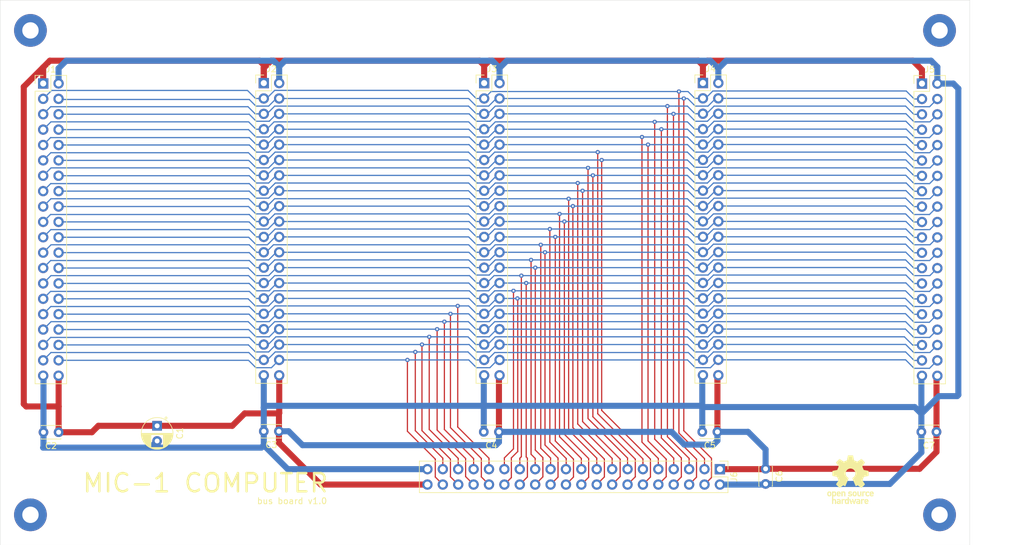
<source format=kicad_pcb>
(kicad_pcb (version 20240108) (generator "pcbnew") (generator_version "8.0")
  (title_block (title "MIC-1 busboard") (date "2024-12-14") (rev "1.0") (company "TL"))
  (layers (0 "F.Cu" signal) (31 "B.Cu" signal) (34 "B.Paste" user) (35 "F.Paste" user) (36 "B.SilkS" user "B.Silkscreen") (37 "F.SilkS" user "F.Silkscreen") (38 "B.Mask" user) (39 "F.Mask" user) (44 "Edge.Cuts" user))
  (net 0 "")
  (net 1 "VDD")
  (net 2 "GND")
  (net 3 "/A5")
  (net 4 "~{IRQ}")
  (net 5 "/A9")
  (net 6 "~{NMI}")
  (net 7 "CSIO4")
  (net 8 "/D4")
  (net 9 "/A7")
  (net 10 "/A4")
  (net 11 "/D5")
  (net 12 "/D6")
  (net 13 "/D3")
  (net 14 "/A3")
  (net 15 "RESB")
  (net 16 "/A11")
  (net 17 "/D1")
  (net 18 "/A12")
  (net 19 "/A2")
  (net 20 "/D0")
  (net 21 "RDY")
  (net 22 "/A8")
  (net 23 "/A10")
  (net 24 "/A1")
  (net 25 "/A13")
  (net 26 "/A15")
  (net 27 "CSIO2")
  (net 28 "BE")
  (net 29 "/A14")
  (net 30 "SYNC")
  (net 31 "CLK")
  (net 32 "CSIO1")
  (net 33 "/A6")
  (net 34 "CSIO5")
  (net 35 "/D2")
  (net 36 "/A0")
  (net 37 "/D7")
  (net 38 "CSIO3")
  (footprint "MountingHole:MountingHole_2.7mm_M2.5_Pad_TopBottom" (layer "F.Cu") (at 236.8 38)
    (property "Reference" "hole1" (hide yes))
    (property "Value" "MountingHole_2.7mm_M2.5_Pad_TopBottom" (hide yes))
  )
  (footprint "Connector_PinHeader_2.54mm:PinHeader_2x20_P2.54mm_Vertical" (layer "F.Cu") (at 161.66 46.7)
    (property "Reference" "J3")
    (property "Value" "MBUS_8/16")
  )
  (footprint "Connector_PinHeader_2.54mm:PinHeader_2x20_P2.54mm_Vertical" (layer "F.Cu") (at 88.9 46.76)
    (property "Reference" "J1")
    (property "Value" "MBUS_8/16")
  )
  (footprint "MountingHole:MountingHole_2.7mm_M2.5_Pad_TopBottom" (layer "F.Cu") (at 86.8 118)
    (property "Reference" "hole1" (hide yes))
    (property "Value" "MountingHole_2.7mm_M2.5_Pad_TopBottom" (hide yes))
  )
  (footprint "Connector_PinHeader_2.54mm:PinHeader_2x20_P2.54mm_Vertical" (layer "F.Cu") (at 200.56 110.46 -90)
    (property "Reference" "J6")
    (property "Value" "MBUS_8/16")
  )
  (footprint "MountingHole:MountingHole_2.7mm_M2.5_Pad_TopBottom" (layer "F.Cu") (at 86.8 38)
    (property "Reference" "hole1" (hide yes))
    (property "Value" "MountingHole_2.7mm_M2.5_Pad_TopBottom" (hide yes))
  )
  (footprint "Capacitor_THT:C_Disc_D3.0mm_W2.0mm_P2.50mm" (layer "F.Cu") (at 208.1 110.4 -90)
    (property "Reference" "C6")
    (property "Value" "0.1uF")
  )
  (footprint "Capacitor_THT:C_Disc_D3.0mm_W2.0mm_P2.50mm" (layer "F.Cu") (at 91.45 104.36 180)
    (property "Reference" "C2")
    (property "Value" "0.1uF")
  )
  (footprint "Connector_PinHeader_2.54mm:PinHeader_2x20_P2.54mm_Vertical" (layer "F.Cu") (at 233.9 46.78)
    (property "Reference" "J5")
    (property "Value" "MBUS_8/16")
  )
  (footprint "MountingHole:MountingHole_2.7mm_M2.5_Pad_TopBottom" (layer "F.Cu") (at 236.8 118)
    (property "Reference" "hole1" (hide yes))
    (property "Value" "MountingHole_2.7mm_M2.5_Pad_TopBottom" (hide yes))
  )
  (footprint "Capacitor_THT:C_Disc_D3.0mm_W2.0mm_P2.50mm" (layer "F.Cu") (at 200.15 104.3 180)
    (property "Reference" "C5")
    (property "Value" "0.1uF")
  )
  (footprint "Capacitor_THT:C_Disc_D3.0mm_W2.0mm_P2.50mm" (layer "F.Cu") (at 236.3 104.3 180)
    (property "Reference" "C7")
    (property "Value" "0.1uF")
  )
  (footprint "Connector_PinHeader_2.54mm:PinHeader_2x20_P2.54mm_Vertical" (layer "F.Cu") (at 197.76 46.68)
    (property "Reference" "J4")
    (property "Value" "MBUS_8/16")
  )
  (footprint "Capacitor_THT:C_Disc_D3.0mm_W2.0mm_P2.50mm" (layer "F.Cu") (at 127.8 104.2 180)
    (property "Reference" "C3")
    (property "Value" "0.1uF")
  )
  (footprint "Symbol:OSHW-Logo_7.5x8mm_SilkScreen" (layer "F.Cu") (at 222.1 112.2)
    (property "Reference" "REF**" (hide yes))
    (property "Value" "OSHW-Logo_7.5x8mm_SilkScreen" (hide yes))
  )
  (footprint "Connector_PinHeader_2.54mm:PinHeader_2x20_P2.54mm_Vertical" (layer "F.Cu") (at 125.3 46.7)
    (property "Reference" "J2")
    (property "Value" "MBUS_8/16")
  )
  (footprint "Capacitor_THT:CP_Radial_D5.0mm_P2.50mm" (layer "F.Cu") (at 107.7 103.3 -90)
    (property "Reference" "C1")
    (property "Value" "100uF")
  )
  (footprint "Capacitor_THT:C_Disc_D3.0mm_W2.0mm_P2.50mm" (layer "F.Cu") (at 164.1 104.3 180)
    (property "Reference" "C4")
    (property "Value" "0.1uF")
  )
  (gr_rect (start 81.8 33) (end 241.8 123) (stroke (width 0.05)) (fill none) (layer "Edge.Cuts"))
  (gr_text "MIC-1 COMPUTER" (at 95.2 114.5 0) (layer "F.SilkS") (effects (font (size 3 3) (thickness 0.4)) (justify left bottom)))
  (gr_text "bus board v1.0" (at 124.1 116.3 0) (layer "F.SilkS") (effects (font (size 1 1)) (justify left bottom)))
  (segment (start 127.85 101.2) (end 127.8 101.25) (width 1) (layer "F.Cu") (net 1))
  (segment (start 164.1 95.06) (end 164.2 94.96) (width 1) (layer "F.Cu") (net 1))
  (segment (start 198.52 43) (end 232.4 43) (width 1) (layer "F.Cu") (net 1))
  (segment (start 127.85 101.2) (end 127.85 94.97) (width 1) (layer "F.Cu") (net 1))
  (segment (start 91.45 104.36) (end 91.45 100.1) (width 1) (layer "F.Cu") (net 1))
  (segment (start 127.8 104.2) (end 127.8 106.1) (width 1) (layer "F.Cu") (net 1))
  (segment (start 125.3 46.7) (end 125.3 43.7) (width 1) (layer "F.Cu") (net 1))
  (segment (start 134.7 113) (end 152.3 113) (width 1) (layer "F.Cu") (net 1))
  (segment (start 96.94 104.36) (end 98 103.3) (width 1) (layer "F.Cu") (net 1))
  (segment (start 232.4 43) (end 233.9 44.5) (width 1) (layer "F.Cu") (net 1))
  (segment (start 236.3 104.3) (end 236.3 95.18) (width 1) (layer "F.Cu") (net 1))
  (segment (start 200.15 95.09) (end 200.3 94.94) (width 1) (layer "F.Cu") (net 1))
  (segment (start 88.9 46.76) (end 88.9 44.1) (width 1) (layer "F.Cu") (net 1))
  (segment (start 233.5 110.4) (end 208.1 110.4) (width 1) (layer "F.Cu") (net 1))
  (segment (start 208.04 110.46) (end 208.1 110.4) (width 1) (layer "F.Cu") (net 1))
  (segment (start 85.7 47.3) (end 85.7 99.7) (width 1) (layer "F.Cu") (net 1))
  (segment (start 125.3 46.7) (end 125.3 44.2) (width 1) (layer "F.Cu") (net 1))
  (segment (start 85.7 99.7) (end 86.1 100.1) (width 1) (layer "F.Cu") (net 1))
  (segment (start 91.45 95.03) (end 91.44 95.02) (width 1) (layer "F.Cu") (net 1))
  (segment (start 162.5 43) (end 197 43) (width 1) (layer "F.Cu") (net 1))
  (segment (start 125.3 44.2) (end 126.5 43) (width 1) (layer "F.Cu") (net 1))
  (segment (start 197.76 43.76) (end 197.76 46.68) (width 1) (layer "F.Cu") (net 1))
  (segment (start 127.8 101.25) (end 127.8 104.2) (width 1) (layer "F.Cu") (net 1))
  (segment (start 98 103.3) (end 107.7 103.3) (width 1) (layer "F.Cu") (net 1))
  (segment (start 197.76 43.76) (end 198.52 43) (width 1) (layer "F.Cu") (net 1))
  (segment (start 127.8 106.1) (end 134.7 113) (width 1) (layer "F.Cu") (net 1))
  (segment (start 120.1 103.3) (end 122.15 101.25) (width 1) (layer "F.Cu") (net 1))
  (segment (start 86.1 100.1) (end 91.45 100.1) (width 1) (layer "F.Cu") (net 1))
  (segment (start 160.9 43) (end 161.66 43.76) (width 1) (layer "F.Cu") (net 1))
  (segment (start 200.15 104.3) (end 200.15 95.09) (width 1) (layer "F.Cu") (net 1))
  (segment (start 161.74 43.76) (end 162.5 43) (width 1) (layer "F.Cu") (net 1))
  (segment (start 161.66 43.76) (end 161.74 43.76) (width 1) (layer "F.Cu") (net 1))
  (segment (start 90 43) (end 124.6 43) (width 1) (layer "F.Cu") (net 1))
  (segment (start 200.15 104.3) (end 200.3 104.15) (width 1) (layer "F.Cu") (net 1))
  (segment (start 91.44 103.8) (end 91.5 103.86) (width 1) (layer "F.Cu") (net 1))
  (segment (start 164.1 104.3) (end 164.1 95.06) (width 1) (layer "F.Cu") (net 1))
  (segment (start 161.66 43.76) (end 161.66 46.7) (width 1) (layer "F.Cu") (net 1))
  (segment (start 126.5 43) (end 160.9 43) (width 1) (layer "F.Cu") (net 1))
  (segment (start 197 43) (end 197.76 43.76) (width 1) (layer "F.Cu") (net 1))
  (segment (start 233.9 44.5) (end 233.9 46.78) (width 1) (layer "F.Cu") (net 1))
  (segment (start 127.85 94.97) (end 127.84 94.96) (width 1) (layer "F.Cu") (net 1))
  (segment (start 200.56 110.46) (end 208.04 110.46) (width 1) (layer "F.Cu") (net 1))
  (segment (start 236.3 107.6) (end 233.5 110.4) (width 1) (layer "F.Cu") (net 1))
  (segment (start 107.7 103.3) (end 120.1 103.3) (width 1) (layer "F.Cu") (net 1))
  (segment (start 91.45 100.1) (end 91.45 95.03) (width 1) (layer "F.Cu") (net 1))
  (segment (start 122.15 101.25) (end 127.8 101.25) (width 1) (layer "F.Cu") (net 1))
  (segment (start 124.6 43) (end 125.3 43.7) (width 1) (layer "F.Cu") (net 1))
  (segment (start 88.9 44.1) (end 85.7 47.3) (width 1) (layer "F.Cu") (net 1))
  (segment (start 91.45 104.36) (end 96.94 104.36) (width 1) (layer "F.Cu") (net 1))
  (segment (start 236.3 95.18) (end 236.44 95.04) (width 1) (layer "F.Cu") (net 1))
  (segment (start 236.3 104.3) (end 236.3 107.6) (width 1) (layer "F.Cu") (net 1))
  (segment (start 88.9 44.1) (end 90 43) (width 1) (layer "F.Cu") (net 1))
  (segment (start 164.1 104.3) (end 164.1 106) (width 1) (layer "B.Cu") (net 1))
  (segment (start 164.1 104.3) (end 192.6 104.3) (width 1) (layer "B.Cu") (net 1))
  (segment (start 200.15 104.3) (end 205.2 104.3) (width 1) (layer "B.Cu") (net 1))
  (segment (start 129.4 104.2) (end 127.8 104.2) (width 1) (layer "B.Cu") (net 1))
  (segment (start 192.6 104.3) (end 194.7 106.4) (width 1) (layer "B.Cu") (net 1))
  (segment (start 131.7 106.5) (end 129.4 104.2) (width 1) (layer "B.Cu") (net 1))
  (segment (start 208.1 107.2) (end 208.1 110.4) (width 1) (layer "B.Cu") (net 1))
  (segment (start 199.5 106.4) (end 200.15 105.75) (width 1) (layer "B.Cu") (net 1))
  (segment (start 205.2 104.3) (end 208.1 107.2) (width 1) (layer "B.Cu") (net 1))
  (segment (start 194.7 106.4) (end 199.5 106.4) (width 1) (layer "B.Cu") (net 1))
  (segment (start 164.1 106) (end 163.6 106.5) (width 1) (layer "B.Cu") (net 1))
  (segment (start 163.6 106.5) (end 131.7 106.5) (width 1) (layer "B.Cu") (net 1))
  (segment (start 200.15 105.75) (end 200.15 104.3) (width 1) (layer "B.Cu") (net 1))
  (segment (start 128.8 43) (end 163 43) (width 1) (layer "B.Cu") (net 2))
  (segment (start 197.45 100) (end 197.65 100.2) (width 1) (layer "B.Cu") (net 2))
  (segment (start 200.3 44.3) (end 200.3 46.68) (width 1) (layer "B.Cu") (net 2))
  (segment (start 200.56 113) (end 208 113) (width 1) (layer "B.Cu") (net 2))
  (segment (start 127.86 43.94) (end 128.8 43) (width 1) (layer "B.Cu") (net 2))
  (segment (start 161.6 95.02) (end 161.66 94.96) (width 1) (layer "B.Cu") (net 2))
  (segment (start 88.95 95.07) (end 88.9 95.02) (width 1) (layer "B.Cu") (net 2))
  (segment (start 197.65 100.2) (end 232.7 100.2) (width 1) (layer "B.Cu") (net 2))
  (segment (start 235.4 43) (end 236.44 44.04) (width 1) (layer "B.Cu") (net 2))
  (segment (start 197.75 94.95) (end 197.76 94.94) (width 1) (layer "B.Cu") (net 2))
  (segment (start 106.6 106.9) (end 107.7 105.8) (width 1) (layer "B.Cu") (net 2))
  (segment (start 124.9 106.9) (end 125.3 106.5) (width 1) (layer "B.Cu") (net 2))
  (segment (start 197.65 100.2) (end 197.65 95.05) (width 1) (layer "B.Cu") (net 2))
  (segment (start 197.65 104.3) (end 197.65 100.2) (width 1) (layer "B.Cu") (net 2))
  (segment (start 165.4 43) (end 199 43) (width 1) (layer "B.Cu") (net 2))
  (segment (start 91.44 46.76) (end 91.44 44.26) (width 1) (layer "B.Cu") (net 2))
  (segment (start 239.08 46.78) (end 239.9 47.6) (width 1) (layer "B.Cu") (net 2))
  (segment (start 88.95 104.36) (end 88.95 95.07) (width 1) (layer "B.Cu") (net 2))
  (segment (start 161.6 100) (end 125.6 100) (width 1) (layer "B.Cu") (net 2))
  (segment (start 164.2 44.2) (end 164.2 46.7) (width 1) (layer "B.Cu") (net 2))
  (segment (start 92.7 43) (end 126.9 43) (width 1) (layer "B.Cu") (net 2))
  (segment (start 208 113) (end 208.1 112.9) (width 1) (layer "B.Cu") (net 2))
  (segment (start 152.3 110.46) (end 129.26 110.46) (width 1) (layer "B.Cu") (net 2))
  (segment (start 228.6 112.9) (end 208.1 112.9) (width 1) (layer "B.Cu") (net 2))
  (segment (start 233.8 107.7) (end 228.6 112.9) (width 1) (layer "B.Cu") (net 2))
  (segment (start 88.95 106.85) (end 88.9 106.9) (width 1) (layer "B.Cu") (net 2))
  (segment (start 164.2 44.2) (end 165.4 43) (width 1) (layer "B.Cu") (net 2))
  (segment (start 233.8 95.14) (end 233.9 95.04) (width 1) (layer "B.Cu") (net 2))
  (segment (start 127.84 43.94) (end 127.84 46.7) (width 1) (layer "B.Cu") (net 2))
  (segment (start 129.26 110.46) (end 125.3 106.5) (width 1) (layer "B.Cu") (net 2))
  (segment (start 125.3 106.5) (end 125.3 104.2) (width 1) (layer "B.Cu") (net 2))
  (segment (start 239.9 98.2) (end 239.7 98.4) (width 1) (layer "B.Cu") (net 2))
  (segment (start 236.44 44.04) (end 236.44 46.78) (width 1) (layer "B.Cu") (net 2))
  (segment (start 161.6 100) (end 161.6 95.02) (width 1) (layer "B.Cu") (net 2))
  (segment (start 239.7 98.4) (end 236.7 98.4) (width 1) (layer "B.Cu") (net 2))
  (segment (start 91.44 44.26) (end 92.7 43) (width 1) (layer "B.Cu") (net 2))
  (segment (start 125.6 100) (end 125.3 100.3) (width 1) (layer "B.Cu") (net 2))
  (segment (start 236.7 98.4) (end 233.8 101.3) (width 1) (layer "B.Cu") (net 2))
  (segment (start 125.3 104.2) (end 125.3 100.3) (width 1) (layer "B.Cu") (net 2))
  (segment (start 201.6 43) (end 235.4 43) (width 1) (layer "B.Cu") (net 2))
  (segment (start 163 43) (end 164.2 44.2) (width 1) (layer "B.Cu") (net 2))
  (segment (start 125.3 100.3) (end 125.3 94.96) (width 1) (layer "B.Cu") (net 2))
  (segment (start 197.65 95.05) (end 197.76 94.94) (width 1) (layer "B.Cu") (net 2))
  (segment (start 233.8 104.3) (end 233.8 101.3) (width 1) (layer "B.Cu") (net 2))
  (segment (start 88.95 104.36) (end 88.95 106.85) (width 1) (layer "B.Cu") (net 2))
  (segment (start 88.9 106.9) (end 106.6 106.9) (width 1) (layer "B.Cu") (net 2))
  (segment (start 125.35 95.01) (end 125.3 94.96) (width 1) (layer "B.Cu") (net 2))
  (segment (start 161.6 104.3) (end 161.6 100) (width 1) (layer "B.Cu") (net 2))
  (segment (start 126.9 43) (end 127.84 43.94) (width 1) (layer "B.Cu") (net 2))
  (segment (start 239.9 47.6) (end 239.9 98.2) (width 1) (layer "B.Cu") (net 2))
  (segment (start 232.7 100.2) (end 233.8 101.3) (width 1) (layer "B.Cu") (net 2))
  (segment (start 199 43) (end 200.3 44.3) (width 1) (layer "B.Cu") (net 2))
  (segment (start 233.8 101.3) (end 233.8 95.14) (width 1) (layer "B.Cu") (net 2))
  (segment (start 127.84 43.94) (end 127.86 43.94) (width 1) (layer "B.Cu") (net 2))
  (segment (start 233.8 104.3) (end 233.8 107.7) (width 1) (layer "B.Cu") (net 2))
  (segment (start 161.6 100) (end 197.45 100) (width 1) (layer "B.Cu") (net 2))
  (segment (start 236.44 46.78) (end 239.08 46.78) (width 1) (layer "B.Cu") (net 2))
  (segment (start 233.85 95.09) (end 233.9 95.04) (width 1) (layer "B.Cu") (net 2))
  (segment (start 200.3 44.3) (end 201.6 43) (width 1) (layer "B.Cu") (net 2))
  (segment (start 106.6 106.9) (end 124.9 106.9) (width 1) (layer "B.Cu") (net 2))
  (segment (start 182.78 113) (end 184.1 111.68) (width 0.2) (layer "F.Cu") (net 3))
  (segment (start 184.1 108.8) (end 177.9 102.6) (width 0.2) (layer "F.Cu") (net 3))
  (segment (start 177.9 102.6) (end 177.9 64.48) (width 0.2) (layer "F.Cu") (net 3))
  (segment (start 184.1 111.68) (end 184.1 108.8) (width 0.2) (layer "F.Cu") (net 3))
  (via (at 177.9 64.48) (size 0.7) (drill 0.3) (layers "F.Cu" "B.Cu") (net 3))
  (segment (start 159.08 64.48) (end 160.4 65.8) (width 0.2) (layer "B.Cu") (net 3))
  (segment (start 196.5 65.7) (end 198.6 65.7) (width 0.2) (layer "B.Cu") (net 3))
  (segment (start 122.89 64.54) (end 124.05 65.7) (width 0.2) (layer "B.Cu") (net 3))
  (segment (start 235.2 65.8) (end 236.44 64.56) (width 0.2) (layer "B.Cu") (net 3))
  (segment (start 127.84 64.48) (end 159.08 64.48) (width 0.2) (layer "B.Cu") (net 3))
  (segment (start 199.84 64.46) (end 200.3 64.46) (width 0.2) (layer "B.Cu") (net 3))
  (segment (start 162.4 65.8) (end 163.72 64.48) (width 0.2) (layer "B.Cu") (net 3))
  (segment (start 127.32 64.48) (end 127.84 64.48) (width 0.2) (layer "B.Cu") (net 3))
  (segment (start 124.05 65.7) (end 126.1 65.7) (width 0.2) (layer "B.Cu") (net 3))
  (segment (start 231.26 64.46) (end 232.6 65.8) (width 0.2) (layer "B.Cu") (net 3))
  (segment (start 198.6 65.7) (end 199.84 64.46) (width 0.2) (layer "B.Cu") (net 3))
  (segment (start 160.4 65.8) (end 162.4 65.8) (width 0.2) (layer "B.Cu") (net 3))
  (segment (start 200.3 64.46) (end 231.26 64.46) (width 0.2) (layer "B.Cu") (net 3))
  (segment (start 195.28 64.48) (end 196.5 65.7) (width 0.2) (layer "B.Cu") (net 3))
  (segment (start 177.9 64.48) (end 195.28 64.48) (width 0.2) (layer "B.Cu") (net 3))
  (segment (start 91.44 64.54) (end 122.89 64.54) (width 0.2) (layer "B.Cu") (net 3))
  (segment (start 232.6 65.8) (end 235.2 65.8) (width 0.2) (layer "B.Cu") (net 3))
  (segment (start 164.2 64.48) (end 177.9 64.48) (width 0.2) (layer "B.Cu") (net 3))
  (segment (start 163.72 64.48) (end 164.2 64.48) (width 0.2) (layer "B.Cu") (net 3))
  (segment (start 126.1 65.7) (end 127.32 64.48) (width 0.2) (layer "B.Cu") (net 3))
  (segment (start 162.46 108.66) (end 157.3 103.5) (width 0.2) (layer "F.Cu") (net 4))
  (segment (start 162.46 110.46) (end 162.46 108.66) (width 0.2) (layer "F.Cu") (net 4))
  (segment (start 157.3 103.5) (end 157.3 83.5) (width 0.2) (layer "F.Cu") (net 4))
  (via (at 157.3 83.5) (size 0.7) (drill 0.3) (layers "F.Cu" "B.Cu") (net 4))
  (segment (start 125.865686 84.8) (end 125.3 84.8) (width 0.2) (layer "B.Cu") (net 4))
  (segment (start 195.13896 83.5) (end 196.41896 84.78) (width 0.2) (layer "B.Cu") (net 4))
  (segment (start 196.41896 84.78) (end 197.76 84.78) (width 0.2) (layer "B.Cu") (net 4))
  (segment (start 197.76 84.78) (end 198.32 84.78) (width 0.2) (layer "B.Cu") (net 4))
  (segment (start 90.16 83.6) (end 122.897919 83.6) (width 0.2) (layer "B.Cu") (net 4))
  (segment (start 122.897919 83.6) (end 124.097919 84.8) (width 0.2) (layer "B.Cu") (net 4))
  (segment (start 88.9 84.86) (end 90.16 83.6) (width 0.2) (layer "B.Cu") (net 4))
  (segment (start 124.097919 84.8) (end 125.3 84.8) (width 0.2) (layer "B.Cu") (net 4))
  (segment (start 231.25 83.5) (end 232.63 84.88) (width 0.2) (layer "B.Cu") (net 4))
  (segment (start 157.3 83.5) (end 127.165686 83.5) (width 0.2) (layer "B.Cu") (net 4))
  (segment (start 163.4 83.5) (end 195.13896 83.5) (width 0.2) (layer "B.Cu") (net 4))
  (segment (start 161.66 84.8) (end 160.4 84.8) (width 0.2) (layer "B.Cu") (net 4))
  (segment (start 160.4 84.8) (end 159.1 83.5) (width 0.2) (layer "B.Cu") (net 4))
  (segment (start 161.66 84.8) (end 162.1 84.8) (width 0.2) (layer "B.Cu") (net 4))
  (segment (start 199.6 83.5) (end 231.25 83.5) (width 0.2) (layer "B.Cu") (net 4))
  (segment (start 159.1 83.5) (end 157.3 83.5) (width 0.2) (layer "B.Cu") (net 4))
  (segment (start 198.32 84.78) (end 199.6 83.5) (width 0.2) (layer "B.Cu") (net 4))
  (segment (start 232.63 84.88) (end 233.9 84.88) (width 0.2) (layer "B.Cu") (net 4))
  (segment (start 127.165686 83.5) (end 125.865686 84.8) (width 0.2) (layer "B.Cu") (net 4))
  (segment (start 162.1 84.8) (end 163.4 83.5) (width 0.2) (layer "B.Cu") (net 4))
  (segment (start 174.9 104.7) (end 174.9 69.56) (width 0.2) (layer "F.Cu") (net 5))
  (segment (start 178.9 111.8) (end 178.9 108.7) (width 0.2) (layer "F.Cu") (net 5))
  (segment (start 177.7 113) (end 178.9 111.8) (width 0.2) (layer "F.Cu") (net 5))
  (segment (start 178.9 108.7) (end 174.9 104.7) (width 0.2) (layer "F.Cu") (net 5))
  (via (at 174.9 69.56) (size 0.7) (drill 0.3) (layers "F.Cu" "B.Cu") (net 5))
  (segment (start 159.16 69.56) (end 160.4 70.8) (width 0.2) (layer "B.Cu") (net 5))
  (segment (start 160.4 70.8) (end 162.4 70.8) (width 0.2) (layer "B.Cu") (net 5))
  (segment (start 198.6 70.8) (end 199.86 69.54) (width 0.2) (layer "B.Cu") (net 5))
  (segment (start 200.3 69.54) (end 231.24 69.54) (width 0.2) (layer "B.Cu") (net 5))
  (segment (start 196.45 70.8) (end 198.6 70.8) (width 0.2) (layer "B.Cu") (net 5))
  (segment (start 124.05 70.8) (end 126 70.8) (width 0.2) (layer "B.Cu") (net 5))
  (segment (start 195.21 69.56) (end 196.45 70.8) (width 0.2) (layer "B.Cu") (net 5))
  (segment (start 163.64 69.56) (end 164.2 69.56) (width 0.2) (layer "B.Cu") (net 5))
  (segment (start 231.24 69.54) (end 232.6 70.9) (width 0.2) (layer "B.Cu") (net 5))
  (segment (start 232.6 70.9) (end 235.18 70.9) (width 0.2) (layer "B.Cu") (net 5))
  (segment (start 127.84 69.56) (end 159.16 69.56) (width 0.2) (layer "B.Cu") (net 5))
  (segment (start 174.9 69.56) (end 195.21 69.56) (width 0.2) (layer "B.Cu") (net 5))
  (segment (start 126 70.8) (end 127.24 69.56) (width 0.2) (layer "B.Cu") (net 5))
  (segment (start 235.18 70.9) (end 236.44 69.64) (width 0.2) (layer "B.Cu") (net 5))
  (segment (start 122.87 69.62) (end 124.05 70.8) (width 0.2) (layer "B.Cu") (net 5))
  (segment (start 162.4 70.8) (end 163.64 69.56) (width 0.2) (layer "B.Cu") (net 5))
  (segment (start 91.44 69.62) (end 122.87 69.62) (width 0.2) (layer "B.Cu") (net 5))
  (segment (start 199.86 69.54) (end 200.3 69.54) (width 0.2) (layer "B.Cu") (net 5))
  (segment (start 127.24 69.56) (end 127.84 69.56) (width 0.2) (layer "B.Cu") (net 5))
  (segment (start 164.2 69.56) (end 174.9 69.56) (width 0.2) (layer "B.Cu") (net 5))
  (segment (start 156.1 103.6) (end 156.1 84.8) (width 0.2) (layer "F.Cu") (net 6))
  (segment (start 161.2 111.74) (end 161.2 108.7) (width 0.2) (layer "F.Cu") (net 6))
  (segment (start 162.46 113) (end 161.2 111.74) (width 0.2) (layer "F.Cu") (net 6))
  (segment (start 161.2 108.7) (end 156.1 103.6) (width 0.2) (layer "F.Cu") (net 6))
  (via (at 156.1 84.8) (size 0.7) (drill 0.3) (layers "F.Cu" "B.Cu") (net 6))
  (segment (start 196.5 86.1) (end 198.6 86.1) (width 0.2) (layer "B.Cu") (net 6))
  (segment (start 232.6 86.2) (end 235.12 86.2) (width 0.2) (layer "B.Cu") (net 6))
  (segment (start 235.12 86.2) (end 236.44 84.88) (width 0.2) (layer "B.Cu") (net 6))
  (segment (start 156.1 84.8) (end 159.1 84.8) (width 0.2) (layer "B.Cu") (net 6))
  (segment (start 198.6 86.1) (end 199.92 84.78) (width 0.2) (layer "B.Cu") (net 6))
  (segment (start 126.2 86.1) (end 127.5 84.8) (width 0.2) (layer "B.Cu") (net 6))
  (segment (start 164.2 84.8) (end 195.2 84.8) (width 0.2) (layer "B.Cu") (net 6))
  (segment (start 159.1 84.8) (end 160.4 86.1) (width 0.2) (layer "B.Cu") (net 6))
  (segment (start 127.5 84.8) (end 127.84 84.8) (width 0.2) (layer "B.Cu") (net 6))
  (segment (start 199.92 84.78) (end 200.3 84.78) (width 0.2) (layer "B.Cu") (net 6))
  (segment (start 122.86 84.86) (end 124.1 86.1) (width 0.2) (layer "B.Cu") (net 6))
  (segment (start 160.4 86.1) (end 162.5 86.1) (width 0.2) (layer "B.Cu") (net 6))
  (segment (start 163.8 84.8) (end 164.2 84.8) (width 0.2) (layer "B.Cu") (net 6))
  (segment (start 124.1 86.1) (end 126.2 86.1) (width 0.2) (layer "B.Cu") (net 6))
  (segment (start 91.44 84.86) (end 122.86 84.86) (width 0.2) (layer "B.Cu") (net 6))
  (segment (start 162.5 86.1) (end 163.8 84.8) (width 0.2) (layer "B.Cu") (net 6))
  (segment (start 127.84 84.8) (end 156.1 84.8) (width 0.2) (layer "B.Cu") (net 6))
  (segment (start 195.2 84.8) (end 196.5 86.1) (width 0.2) (layer "B.Cu") (net 6))
  (segment (start 231.18 84.78) (end 232.6 86.2) (width 0.2) (layer "B.Cu") (net 6))
  (segment (start 200.3 84.78) (end 231.18 84.78) (width 0.2) (layer "B.Cu") (net 6))
  (segment (start 167.15 82.26) (end 167.2 82.31) (width 0.2) (layer "F.Cu") (net 7))
  (segment (start 166.15 111.85) (end 165 113) (width 0.2) (layer "F.Cu") (net 7))
  (segment (start 167.2 107.55) (end 166.15 108.6) (width 0.2) (layer "F.Cu") (net 7))
  (segment (start 167.2 82.31) (end 167.2 107.55) (width 0.2) (layer "F.Cu") (net 7))
  (segment (start 166.15 108.6) (end 166.15 111.85) (width 0.2) (layer "F.Cu") (net 7))
  (via (at 167.15 82.26) (size 0.7) (drill 0.3) (layers "F.Cu" "B.Cu") (net 7))
  (segment (start 127.84 82.26) (end 159.16 82.26) (width 0.2) (layer "B.Cu") (net 7))
  (segment (start 231.14 82.24) (end 232.5 83.6) (width 0.2) (layer "B.Cu") (net 7))
  (segment (start 159.16 82.26) (end 160.4 83.5) (width 0.2) (layer "B.Cu") (net 7))
  (segment (start 127.34 82.26) (end 127.84 82.26) (width 0.2) (layer "B.Cu") (net 7))
  (segment (start 199.96 82.24) (end 200.3 82.24) (width 0.2) (layer "B.Cu") (net 7))
  (segment (start 122.72 82.32) (end 123.9 83.5) (width 0.2) (layer "B.Cu") (net 7))
  (segment (start 164.2 82.26) (end 167.15 82.26) (width 0.2) (layer "B.Cu") (net 7))
  (segment (start 195.26 82.26) (end 196.5 83.5) (width 0.2) (layer "B.Cu") (net 7))
  (segment (start 196.5 83.5) (end 198.7 83.5) (width 0.2) (layer "B.Cu") (net 7))
  (segment (start 200.3 82.24) (end 231.14 82.24) (width 0.2) (layer "B.Cu") (net 7))
  (segment (start 91.44 82.32) (end 122.72 82.32) (width 0.2) (layer "B.Cu") (net 7))
  (segment (start 163.74 82.26) (end 164.2 82.26) (width 0.2) (layer "B.Cu") (net 7))
  (segment (start 160.4 83.5) (end 162.5 83.5) (width 0.2) (layer "B.Cu") (net 7))
  (segment (start 235.18 83.6) (end 236.44 82.34) (width 0.2) (layer "B.Cu") (net 7))
  (segment (start 126.1 83.5) (end 127.34 82.26) (width 0.2) (layer "B.Cu") (net 7))
  (segment (start 123.9 83.5) (end 126.1 83.5) (width 0.2) (layer "B.Cu") (net 7))
  (segment (start 232.5 83.6) (end 235.18 83.6) (width 0.2) (layer "B.Cu") (net 7))
  (segment (start 162.5 83.5) (end 163.74 82.26) (width 0.2) (layer "B.Cu") (net 7))
  (segment (start 167.15 82.26) (end 195.26 82.26) (width 0.2) (layer "B.Cu") (net 7))
  (segment (start 198.7 83.5) (end 199.96 82.24) (width 0.2) (layer "B.Cu") (net 7))
  (segment (start 192.94 110.46) (end 192.94 108.64) (width 0.2) (layer "F.Cu") (net 8))
  (segment (start 192.94 108.64) (end 189.8 105.5) (width 0.2) (layer "F.Cu") (net 8))
  (segment (start 189.8 105.5) (end 189.8 53.1) (width 0.2) (layer "F.Cu") (net 8))
  (via (at 189.8 53.1) (size 0.7) (drill 0.3) (layers "F.Cu" "B.Cu") (net 8))
  (segment (start 88.9 54.38) (end 90.18 53.1) (width 0.2) (layer "B.Cu") (net 8))
  (segment (start 127 53.1) (end 125.78 54.32) (width 0.2) (layer "B.Cu") (net 8))
  (segment (start 163.5 53.1) (end 162.28 54.32) (width 0.2) (layer "B.Cu") (net 8))
  (segment (start 231.24896 53) (end 232.64896 54.4) (width 0.2) (layer "B.Cu") (net 8))
  (segment (start 196.4 54.3) (end 197.76 54.3) (width 0.2) (layer "B.Cu") (net 8))
  (segment (start 189.8 53.1) (end 163.5 53.1) (width 0.2) (layer "B.Cu") (net 8))
  (segment (start 191.75 53.1) (end 189.8 53.1) (width 0.2) (layer "B.Cu") (net 8))
  (segment (start 90.18 53.1) (end 122.8 53.1) (width 0.2) (layer "B.Cu") (net 8))
  (segment (start 191.8 53.15) (end 191.75 53.1) (width 0.2) (layer "B.Cu") (net 8))
  (segment (start 161.66 54.32) (end 160.32 54.32) (width 0.2) (layer "B.Cu") (net 8))
  (segment (start 124.02 54.32) (end 125.3 54.32) (width 0.2) (layer "B.Cu") (net 8))
  (segment (start 232.64896 54.4) (end 233.9 54.4) (width 0.2) (layer "B.Cu") (net 8))
  (segment (start 191.85 53.1) (end 195.2 53.1) (width 0.2) (layer "B.Cu") (net 8))
  (segment (start 125.78 54.32) (end 125.3 54.32) (width 0.2) (layer "B.Cu") (net 8))
  (segment (start 199.6 53) (end 231.24896 53) (width 0.2) (layer "B.Cu") (net 8))
  (segment (start 159.1 53.1) (end 127 53.1) (width 0.2) (layer "B.Cu") (net 8))
  (segment (start 197.76 54.3) (end 198.3 54.3) (width 0.2) (layer "B.Cu") (net 8))
  (segment (start 162.28 54.32) (end 161.66 54.32) (width 0.2) (layer "B.Cu") (net 8))
  (segment (start 195.2 53.1) (end 196.4 54.3) (width 0.2) (layer "B.Cu") (net 8))
  (segment (start 160.32 54.32) (end 159.1 53.1) (width 0.2) (layer "B.Cu") (net 8))
  (segment (start 122.8 53.1) (end 124.02 54.32) (width 0.2) (layer "B.Cu") (net 8))
  (segment (start 198.3 54.3) (end 199.6 53) (width 0.2) (layer "B.Cu") (net 8))
  (segment (start 191.8 53.15) (end 191.85 53.1) (width 0.2) (layer "B.Cu") (net 8))
  (segment (start 181.5 108.8) (end 176.3 103.6) (width 0.2) (layer "F.Cu") (net 9))
  (segment (start 181.5 111.74) (end 181.5 108.8) (width 0.2) (layer "F.Cu") (net 9))
  (segment (start 176.3 103.6) (end 176.3 67.02) (width 0.2) (layer "F.Cu") (net 9))
  (segment (start 180.24 113) (end 181.5 111.74) (width 0.2) (layer "F.Cu") (net 9))
  (via (at 176.3 67.02) (size 0.7) (drill 0.3) (layers "F.Cu" "B.Cu") (net 9))
  (segment (start 196.5 68.3) (end 198.4 68.3) (width 0.2) (layer "B.Cu") (net 9))
  (segment (start 198.4 68.3) (end 199.7 67) (width 0.2) (layer "B.Cu") (net 9))
  (segment (start 159.12 67.02) (end 160.4 68.3) (width 0.2) (layer "B.Cu") (net 9))
  (segment (start 127.28 67.02) (end 127.84 67.02) (width 0.2) (layer "B.Cu") (net 9))
  (segment (start 176.3 67.02) (end 195.22 67.02) (width 0.2) (layer "B.Cu") (net 9))
  (segment (start 163.78 67.02) (end 164.2 67.02) (width 0.2) (layer "B.Cu") (net 9))
  (segment (start 162.5 68.3) (end 163.78 67.02) (width 0.2) (layer "B.Cu") (net 9))
  (segment (start 126 68.3) (end 127.28 67.02) (width 0.2) (layer "B.Cu") (net 9))
  (segment (start 91.44 67.08) (end 122.78 67.08) (width 0.2) (layer "B.Cu") (net 9))
  (segment (start 124 68.3) (end 126 68.3) (width 0.2) (layer "B.Cu") (net 9))
  (segment (start 195.22 67.02) (end 196.5 68.3) (width 0.2) (layer "B.Cu") (net 9))
  (segment (start 232.6 68.4) (end 235.14 68.4) (width 0.2) (layer "B.Cu") (net 9))
  (segment (start 235.14 68.4) (end 236.44 67.1) (width 0.2) (layer "B.Cu") (net 9))
  (segment (start 199.7 67) (end 200.3 67) (width 0.2) (layer "B.Cu") (net 9))
  (segment (start 122.78 67.08) (end 124 68.3) (width 0.2) (layer "B.Cu") (net 9))
  (segment (start 127.84 67.02) (end 159.12 67.02) (width 0.2) (layer "B.Cu") (net 9))
  (segment (start 164.2 67.02) (end 176.3 67.02) (width 0.2) (layer "B.Cu") (net 9))
  (segment (start 200.3 67) (end 231.2 67) (width 0.2) (layer "B.Cu") (net 9))
  (segment (start 231.2 67) (end 232.6 68.4) (width 0.2) (layer "B.Cu") (net 9))
  (segment (start 160.4 68.3) (end 162.5 68.3) (width 0.2) (layer "B.Cu") (net 9))
  (segment (start 177.1 103) (end 177.1 63.2) (width 0.2) (layer "F.Cu") (net 10))
  (segment (start 182.78 108.68) (end 177.1 103) (width 0.2) (layer "F.Cu") (net 10))
  (segment (start 182.78 110.46) (end 182.78 108.68) (width 0.2) (layer "F.Cu") (net 10))
  (via (at 177.1 63.2) (size 0.7) (drill 0.3) (layers "F.Cu" "B.Cu") (net 10))
  (segment (start 177.1 63.2) (end 195.2 63.2) (width 0.2) (layer "B.Cu") (net 10))
  (segment (start 90.14 63.3) (end 122.9 63.3) (width 0.2) (layer "B.Cu") (net 10))
  (segment (start 160.38 64.48) (end 159.1 63.2) (width 0.2) (layer "B.Cu") (net 10))
  (segment (start 127.2 63.2) (end 125.92 64.48) (width 0.2) (layer "B.Cu") (net 10))
  (segment (start 125.92 64.48) (end 125.3 64.48) (width 0.2) (layer "B.Cu") (net 10))
  (segment (start 198.24 64.46) (end 199.5 63.2) (width 0.2) (layer "B.Cu") (net 10))
  (segment (start 195.2 63.2) (end 196.46 64.46) (width 0.2) (layer "B.Cu") (net 10))
  (segment (start 232.66 64.56) (end 233.9 64.56) (width 0.2) (layer "B.Cu") (net 10))
  (segment (start 124.08 64.48) (end 125.3 64.48) (width 0.2) (layer "B.Cu") (net 10))
  (segment (start 199.5 63.2) (end 231.3 63.2) (width 0.2) (layer "B.Cu") (net 10))
  (segment (start 231.3 63.2) (end 232.66 64.56) (width 0.2) (layer "B.Cu") (net 10))
  (segment (start 162.22 64.48) (end 163.5 63.2) (width 0.2) (layer "B.Cu") (net 10))
  (segment (start 161.66 64.48) (end 162.22 64.48) (width 0.2) (layer "B.Cu") (net 10))
  (segment (start 159.1 63.2) (end 127.2 63.2) (width 0.2) (layer "B.Cu") (net 10))
  (segment (start 163.5 63.2) (end 177.1 63.2) (width 0.2) (layer "B.Cu") (net 10))
  (segment (start 122.9 63.3) (end 124.08 64.48) (width 0.2) (layer "B.Cu") (net 10))
  (segment (start 161.66 64.48) (end 160.38 64.48) (width 0.2) (layer "B.Cu") (net 10))
  (segment (start 88.9 64.54) (end 90.14 63.3) (width 0.2) (layer "B.Cu") (net 10))
  (segment (start 196.46 64.46) (end 197.76 64.46) (width 0.2) (layer "B.Cu") (net 10))
  (segment (start 197.76 64.46) (end 198.24 64.46) (width 0.2) (layer "B.Cu") (net 10))
  (segment (start 194.2 108.6) (end 190.9 105.3) (width 0.2) (layer "F.Cu") (net 11))
  (segment (start 192.94 113) (end 194.2 111.74) (width 0.2) (layer "F.Cu") (net 11))
  (segment (start 190.9 105.3) (end 190.9 54.32) (width 0.2) (layer "F.Cu") (net 11))
  (segment (start 194.2 111.74) (end 194.2 108.6) (width 0.2) (layer "F.Cu") (net 11))
  (via (at 190.9 54.32) (size 0.7) (drill 0.3) (layers "F.Cu" "B.Cu") (net 11))
  (segment (start 198.6 55.6) (end 199.9 54.3) (width 0.2) (layer "B.Cu") (net 11))
  (segment (start 164.2 54.32) (end 190.9 54.32) (width 0.2) (layer "B.Cu") (net 11))
  (segment (start 91.44 54.38) (end 122.78 54.38) (width 0.2) (layer "B.Cu") (net 11))
  (segment (start 196.5 55.6) (end 198.6 55.6) (width 0.2) (layer "B.Cu") (net 11))
  (segment (start 124 55.6) (end 126.1 55.6) (width 0.2) (layer "B.Cu") (net 11))
  (segment (start 159.12 54.32) (end 160.4 55.6) (width 0.2) (layer "B.Cu") (net 11))
  (segment (start 160.4 55.6) (end 162.4 55.6) (width 0.2) (layer "B.Cu") (net 11))
  (segment (start 127.38 54.32) (end 127.84 54.32) (width 0.2) (layer "B.Cu") (net 11))
  (segment (start 163.68 54.32) (end 164.2 54.32) (width 0.2) (layer "B.Cu") (net 11))
  (segment (start 126.1 55.6) (end 127.38 54.32) (width 0.2) (layer "B.Cu") (net 11))
  (segment (start 127.84 54.32) (end 159.12 54.32) (width 0.2) (layer "B.Cu") (net 11))
  (segment (start 122.78 54.38) (end 124 55.6) (width 0.2) (layer "B.Cu") (net 11))
  (segment (start 162.4 55.6) (end 163.68 54.32) (width 0.2) (layer "B.Cu") (net 11))
  (segment (start 199.9 54.3) (end 200.3 54.3) (width 0.2) (layer "B.Cu") (net 11))
  (segment (start 200.3 54.3) (end 231.3 54.3) (width 0.2) (layer "B.Cu") (net 11))
  (segment (start 235.14 55.7) (end 236.44 54.4) (width 0.2) (layer "B.Cu") (net 11))
  (segment (start 232.7 55.7) (end 235.14 55.7) (width 0.2) (layer "B.Cu") (net 11))
  (segment (start 190.9 54.32) (end 195.22 54.32) (width 0.2) (layer "B.Cu") (net 11))
  (segment (start 231.3 54.3) (end 232.7 55.7) (width 0.2) (layer "B.Cu") (net 11))
  (segment (start 195.22 54.32) (end 196.5 55.6) (width 0.2) (layer "B.Cu") (net 11))
  (segment (start 187.7 106) (end 187.7 55.6) (width 0.2) (layer "F.Cu") (net 12))
  (segment (start 190.4 108.7) (end 187.7 106) (width 0.2) (layer "F.Cu") (net 12))
  (segment (start 190.4 110.46) (end 190.4 108.7) (width 0.2) (layer "F.Cu") (net 12))
  (via (at 187.7 55.6) (size 0.7) (drill 0.3) (layers "F.Cu" "B.Cu") (net 12))
  (segment (start 88.9 56.92) (end 90.12 55.7) (width 0.2) (layer "B.Cu") (net 12))
  (segment (start 187.7 55.6) (end 190.4 55.6) (width 0.2) (layer "B.Cu") (net 12))
  (segment (start 127.062843 55.6) (end 125.802843 56.86) (width 0.2) (layer "B.Cu") (net 12))
  (segment (start 124.06 56.86) (end 125.3 56.86) (width 0.2) (layer "B.Cu") (net 12))
  (segment (start 90.12 55.7) (end 122.9 55.7) (width 0.2) (layer "B.Cu") (net 12))
  (segment (start 195.2 55.6) (end 196.44 56.84) (width 0.2) (layer "B.Cu") (net 12))
  (segment (start 161.66 56.86) (end 160.457919 56.86) (width 0.2) (layer "B.Cu") (net 12))
  (segment (start 163.4 55.6) (end 187.7 55.6) (width 0.2) (layer "B.Cu") (net 12))
  (segment (start 199.6 55.6) (end 231.357919 55.6) (width 0.2) (layer "B.Cu") (net 12))
  (segment (start 162.14 56.86) (end 163.4 55.6) (width 0.2) (layer "B.Cu") (net 12))
  (segment (start 232.697919 56.94) (end 233.9 56.94) (width 0.2) (layer "B.Cu") (net 12))
  (segment (start 197.76 56.84) (end 198.36 56.84) (width 0.2) (layer "B.Cu") (net 12))
  (segment (start 122.9 55.7) (end 124.06 56.86) (width 0.2) (layer "B.Cu") (net 12))
  (segment (start 190.4 55.6) (end 195.2 55.6) (width 0.2) (layer "B.Cu") (net 12))
  (segment (start 159.197919 55.6) (end 127.062843 55.6) (width 0.2) (layer "B.Cu") (net 12))
  (segment (start 125.802843 56.86) (end 125.3 56.86) (width 0.2) (layer "B.Cu") (net 12))
  (segment (start 160.457919 56.86) (end 159.197919 55.6) (width 0.2) (layer "B.Cu") (net 12))
  (segment (start 161.66 56.86) (end 162.14 56.86) (width 0.2) (layer "B.Cu") (net 12))
  (segment (start 231.357919 55.6) (end 232.697919 56.94) (width 0.2) (layer "B.Cu") (net 12))
  (segment (start 198.36 56.84) (end 199.6 55.6) (width 0.2) (layer "B.Cu") (net 12))
  (segment (start 196.44 56.84) (end 197.76 56.84) (width 0.2) (layer "B.Cu") (net 12))
  (segment (start 196.7 108.8) (end 192.9 105) (width 0.2) (layer "F.Cu") (net 13))
  (segment (start 195.48 113) (end 196.7 111.78) (width 0.2) (layer "F.Cu") (net 13))
  (segment (start 196.7 111.78) (end 196.7 108.8) (width 0.2) (layer "F.Cu") (net 13))
  (segment (start 192.9 105) (end 192.9 51.78) (width 0.2) (layer "F.Cu") (net 13))
  (via (at 192.9 51.78) (size 0.7) (drill 0.3) (layers "F.Cu" "B.Cu") (net 13))
  (segment (start 163.82 51.78) (end 164.2 51.78) (width 0.2) (layer "B.Cu") (net 13))
  (segment (start 196.5 53) (end 198.5 53) (width 0.2) (layer "B.Cu") (net 13))
  (segment (start 124.05 53) (end 126.2 53) (width 0.2) (layer "B.Cu") (net 13))
  (segment (start 195.28 51.78) (end 196.5 53) (width 0.2) (layer "B.Cu") (net 13))
  (segment (start 126.2 53) (end 127.42 51.78) (width 0.2) (layer "B.Cu") (net 13))
  (segment (start 199.74 51.76) (end 200.3 51.76) (width 0.2) (layer "B.Cu") (net 13))
  (segment (start 127.42 51.78) (end 127.84 51.78) (width 0.2) (layer "B.Cu") (net 13))
  (segment (start 232.6 53.1) (end 235.2 53.1) (width 0.2) (layer "B.Cu") (net 13))
  (segment (start 164.2 51.78) (end 192.9 51.78) (width 0.2) (layer "B.Cu") (net 13))
  (segment (start 127.84 51.78) (end 159.18 51.78) (width 0.2) (layer "B.Cu") (net 13))
  (segment (start 122.89 51.84) (end 124.05 53) (width 0.2) (layer "B.Cu") (net 13))
  (segment (start 198.5 53) (end 199.74 51.76) (width 0.2) (layer "B.Cu") (net 13))
  (segment (start 162.6 53) (end 163.82 51.78) (width 0.2) (layer "B.Cu") (net 13))
  (segment (start 231.26 51.76) (end 232.6 53.1) (width 0.2) (layer "B.Cu") (net 13))
  (segment (start 91.44 51.84) (end 122.89 51.84) (width 0.2) (layer "B.Cu") (net 13))
  (segment (start 235.2 53.1) (end 236.44 51.86) (width 0.2) (layer "B.Cu") (net 13))
  (segment (start 159.18 51.78) (end 160.4 53) (width 0.2) (layer "B.Cu") (net 13))
  (segment (start 160.4 53) (end 162.6 53) (width 0.2) (layer "B.Cu") (net 13))
  (segment (start 192.9 51.78) (end 195.28 51.78) (width 0.2) (layer "B.Cu") (net 13))
  (segment (start 200.3 51.76) (end 231.26 51.76) (width 0.2) (layer "B.Cu") (net 13))
  (segment (start 179.6 101.8) (end 179.6 61.94) (width 0.2) (layer "F.Cu") (net 14))
  (segment (start 186.6 111.72) (end 186.6 108.8) (width 0.2) (layer "F.Cu") (net 14))
  (segment (start 185.32 113) (end 186.6 111.72) (width 0.2) (layer "F.Cu") (net 14))
  (segment (start 186.6 108.8) (end 179.6 101.8) (width 0.2) (layer "F.Cu") (net 14))
  (via (at 179.6 61.94) (size 0.7) (drill 0.3) (layers "F.Cu" "B.Cu") (net 14))
  (segment (start 198.5 63.2) (end 199.78 61.92) (width 0.2) (layer "B.Cu") (net 14))
  (segment (start 199.78 61.92) (end 200.3 61.92) (width 0.2) (layer "B.Cu") (net 14))
  (segment (start 159.24 61.94) (end 160.5 63.2) (width 0.2) (layer "B.Cu") (net 14))
  (segment (start 164.2 61.94) (end 179.6 61.94) (width 0.2) (layer "B.Cu") (net 14))
  (segment (start 196.45 63.2) (end 198.5 63.2) (width 0.2) (layer "B.Cu") (net 14))
  (segment (start 122.9 62) (end 124.1 63.2) (width 0.2) (layer "B.Cu") (net 14))
  (segment (start 126.1 63.2) (end 127.36 61.94) (width 0.2) (layer "B.Cu") (net 14))
  (segment (start 231.22 61.92) (end 232.6 63.3) (width 0.2) (layer "B.Cu") (net 14))
  (segment (start 127.84 61.94) (end 159.24 61.94) (width 0.2) (layer "B.Cu") (net 14))
  (segment (start 160.5 63.2) (end 162.5 63.2) (width 0.2) (layer "B.Cu") (net 14))
  (segment (start 232.6 63.3) (end 235.16 63.3) (width 0.2) (layer "B.Cu") (net 14))
  (segment (start 235.16 63.3) (end 236.44 62.02) (width 0.2) (layer "B.Cu") (net 14))
  (segment (start 91.44 62) (end 122.9 62) (width 0.2) (layer "B.Cu") (net 14))
  (segment (start 179.6 61.94) (end 195.19 61.94) (width 0.2) (layer "B.Cu") (net 14))
  (segment (start 124.1 63.2) (end 126.1 63.2) (width 0.2) (layer "B.Cu") (net 14))
  (segment (start 162.5 63.2) (end 163.76 61.94) (width 0.2) (layer "B.Cu") (net 14))
  (segment (start 127.36 61.94) (end 127.84 61.94) (width 0.2) (layer "B.Cu") (net 14))
  (segment (start 163.76 61.94) (end 164.2 61.94) (width 0.2) (layer "B.Cu") (net 14))
  (segment (start 200.3 61.92) (end 231.22 61.92) (width 0.2) (layer "B.Cu") (net 14))
  (segment (start 195.19 61.94) (end 196.45 63.2) (width 0.2) (layer "B.Cu") (net 14))
  (segment (start 159.92 110.46) (end 159.92 108.72) (width 0.2) (layer "F.Cu") (net 15))
  (segment (start 155.1 103.9) (end 155.1 86.1) (width 0.2) (layer "F.Cu") (net 15))
  (segment (start 159.92 108.72) (end 155.1 103.9) (width 0.2) (layer "F.Cu") (net 15))
  (via (at 155.1 86.1) (size 0.7) (drill 0.3) (layers "F.Cu" "B.Cu") (net 15))
  (segment (start 198.38 87.32) (end 199.6 86.1) (width 0.2) (layer "B.Cu") (net 15))
  (segment (start 231.2 86.1) (end 232.52 87.42) (width 0.2) (layer "B.Cu") (net 15))
  (segment (start 195.3 86.1) (end 196.52 87.32) (width 0.2) (layer "B.Cu") (net 15))
  (segment (start 163.4 86.1) (end 195.3 86.1) (width 0.2) (layer "B.Cu") (net 15))
  (segment (start 122.732843 86.1) (end 123.972843 87.34) (width 0.2) (layer "B.Cu") (net 15))
  (segment (start 88.9 87.4) (end 90.2 86.1) (width 0.2) (layer "B.Cu") (net 15))
  (segment (start 127.1 86.1) (end 125.86 87.34) (width 0.2) (layer "B.Cu") (net 15))
  (segment (start 196.52 87.32) (end 197.76 87.32) (width 0.2) (layer "B.Cu") (net 15))
  (segment (start 162.16 87.34) (end 163.4 86.1) (width 0.2) (layer "B.Cu") (net 15))
  (segment (start 161.66 87.34) (end 160.29896 87.34) (width 0.2) (layer "B.Cu") (net 15))
  (segment (start 123.972843 87.34) (end 125.3 87.34) (width 0.2) (layer "B.Cu") (net 15))
  (segment (start 125.86 87.34) (end 125.3 87.34) (width 0.2) (layer "B.Cu") (net 15))
  (segment (start 159.05896 86.1) (end 155.1 86.1) (width 0.2) (layer "B.Cu") (net 15))
  (segment (start 160.29896 87.34) (end 159.05896 86.1) (width 0.2) (layer "B.Cu") (net 15))
  (segment (start 161.66 87.34) (end 162.16 87.34) (width 0.2) (layer "B.Cu") (net 15))
  (segment (start 155.1 86.1) (end 127.1 86.1) (width 0.2) (layer "B.Cu") (net 15))
  (segment (start 90.2 86.1) (end 122.732843 86.1) (width 0.2) (layer "B.Cu") (net 15))
  (segment (start 197.76 87.32) (end 198.38 87.32) (width 0.2) (layer "B.Cu") (net 15))
  (segment (start 199.6 86.1) (end 231.2 86.1) (width 0.2) (layer "B.Cu") (net 15))
  (segment (start 232.52 87.42) (end 233.9 87.42) (width 0.2) (layer "B.Cu") (net 15))
  (segment (start 176.4 111.76) (end 176.4 108.8) (width 0.2) (layer "F.Cu") (net 16))
  (segment (start 173.4 105.8) (end 173.4 72.1) (width 0.2) (layer "F.Cu") (net 16))
  (segment (start 175.16 113) (end 176.4 111.76) (width 0.2) (layer "F.Cu") (net 16))
  (segment (start 176.4 108.8) (end 173.4 105.8) (width 0.2) (layer "F.Cu") (net 16))
  (via (at 173.4 72.1) (size 0.7) (drill 0.3) (layers "F.Cu" "B.Cu") (net 16))
  (segment (start 124.05 73.4) (end 125.9 73.4) (width 0.2) (layer "B.Cu") (net 16))
  (segment (start 163.9 72.1) (end 164.2 72.1) (width 0.2) (layer "B.Cu") (net 16))
  (segment (start 232.6 73.4) (end 235.22 73.4) (width 0.2) (layer "B.Cu") (net 16))
  (segment (start 162.6 73.4) (end 163.9 72.1) (width 0.2) (layer "B.Cu") (net 16))
  (segment (start 159.1 72.1) (end 160.4 73.4) (width 0.2) (layer "B.Cu") (net 16))
  (segment (start 127.84 72.1) (end 159.1 72.1) (width 0.2) (layer "B.Cu") (net 16))
  (segment (start 173.4 72.1) (end 195.3 72.1) (width 0.2) (layer "B.Cu") (net 16))
  (segment (start 164.2 72.1) (end 173.4 72.1) (width 0.2) (layer "B.Cu") (net 16))
  (segment (start 195.3 72.1) (end 196.5 73.3) (width 0.2) (layer "B.Cu") (net 16))
  (segment (start 199.72 72.08) (end 200.3 72.08) (width 0.2) (layer "B.Cu") (net 16))
  (segment (start 231.28 72.08) (end 232.6 73.4) (width 0.2) (layer "B.Cu") (net 16))
  (segment (start 91.44 72.16) (end 122.81 72.16) (width 0.2) (layer "B.Cu") (net 16))
  (segment (start 196.5 73.3) (end 198.5 73.3) (width 0.2) (layer "B.Cu") (net 16))
  (segment (start 198.5 73.3) (end 199.72 72.08) (width 0.2) (layer "B.Cu") (net 16))
  (segment (start 122.81 72.16) (end 124.05 73.4) (width 0.2) (layer "B.Cu") (net 16))
  (segment (start 127.2 72.1) (end 127.84 72.1) (width 0.2) (layer "B.Cu") (net 16))
  (segment (start 125.9 73.4) (end 127.2 72.1) (width 0.2) (layer "B.Cu") (net 16))
  (segment (start 160.4 73.4) (end 162.6 73.4) (width 0.2) (layer "B.Cu") (net 16))
  (segment (start 200.3 72.08) (end 231.28 72.08) (width 0.2) (layer "B.Cu") (net 16))
  (segment (start 235.22 73.4) (end 236.44 72.18) (width 0.2) (layer "B.Cu") (net 16))
  (segment (start 199.17 111.85) (end 199.17 108.67) (width 0.2) (layer "F.Cu") (net 17))
  (segment (start 194.6 104.1) (end 194.6 49.24) (width 0.2) (layer "F.Cu") (net 17))
  (segment (start 198.02 113) (end 199.17 111.85) (width 0.2) (layer "F.Cu") (net 17))
  (segment (start 199.17 108.67) (end 194.6 104.1) (width 0.2) (layer "F.Cu") (net 17))
  (via (at 194.6 49.24) (size 0.7) (drill 0.3) (layers "F.Cu" "B.Cu") (net 17))
  (segment (start 199.88 49.22) (end 200.3 49.22) (width 0.2) (layer "B.Cu") (net 17))
  (segment (start 160.35 50.5) (end 162.4 50.5) (width 0.2) (layer "B.Cu") (net 17))
  (segment (start 163.66 49.24) (end 164.2 49.24) (width 0.2) (layer "B.Cu") (net 17))
  (segment (start 231.22 49.22) (end 232.6 50.6) (width 0.2) (layer "B.Cu") (net 17))
  (segment (start 127.84 49.24) (end 159.09 49.24) (width 0.2) (layer "B.Cu") (net 17))
  (segment (start 200.3 49.22) (end 231.22 49.22) (width 0.2) (layer "B.Cu") (net 17))
  (segment (start 91.54 49.4) (end 122.9 49.4) (width 0.2) (layer "B.Cu") (net 17))
  (segment (start 235.16 50.6) (end 236.44 49.32) (width 0.2) (layer "B.Cu") (net 17))
  (segment (start 196.5 50.5) (end 198.6 50.5) (width 0.2) (layer "B.Cu") (net 17))
  (segment (start 164.2 49.24) (end 195.24 49.24) (width 0.2) (layer "B.Cu") (net 17))
  (segment (start 198.6 50.5) (end 199.88 49.22) (width 0.2) (layer "B.Cu") (net 17))
  (segment (start 195.24 49.24) (end 196.5 50.5) (width 0.2) (layer "B.Cu") (net 17))
  (segment (start 122.9 49.4) (end 124 50.5) (width 0.2) (layer "B.Cu") (net 17))
  (segment (start 162.4 50.5) (end 163.66 49.24) (width 0.2) (layer "B.Cu") (net 17))
  (segment (start 232.6 50.6) (end 235.16 50.6) (width 0.2) (layer "B.Cu") (net 17))
  (segment (start 91.44 49.3) (end 91.54 49.4) (width 0.2) (layer "B.Cu") (net 17))
  (segment (start 159.09 49.24) (end 160.35 50.5) (width 0.2) (layer "B.Cu") (net 17))
  (segment (start 124 50.5) (end 126.1 50.5) (width 0.2) (layer "B.Cu") (net 17))
  (segment (start 126.1 50.5) (end 127.36 49.24) (width 0.2) (layer "B.Cu") (net 17))
  (segment (start 127.36 49.24) (end 127.84 49.24) (width 0.2) (layer "B.Cu") (net 17))
  (segment (start 171 107) (end 172.62 108.62) (width 0.2) (layer "F.Cu") (net 18))
  (segment (start 172.62 108.62) (end 172.62 110.46) (width 0.2) (layer "F.Cu") (net 18))
  (segment (start 171 73.4) (end 171 107) (width 0.2) (layer "F.Cu") (net 18))
  (via (at 171 73.4) (size 0.7) (drill 0.3) (layers "F.Cu" "B.Cu") (net 18))
  (segment (start 232.62 74.72) (end 233.9 74.72) (width 0.2) (layer "B.Cu") (net 18))
  (segment (start 197.76 74.62) (end 198.18 74.62) (width 0.2) (layer "B.Cu") (net 18))
  (segment (start 88.9 74.7) (end 90.2 73.4) (width 0.2) (layer "B.Cu") (net 18))
  (segment (start 161.66 74.64) (end 160.34 74.64) (width 0.2) (layer "B.Cu") (net 18))
  (segment (start 171 73.4) (end 195.2 73.4) (width 0.2) (layer "B.Cu") (net 18))
  (segment (start 231.2 73.3) (end 232.62 74.72) (width 0.2) (layer "B.Cu") (net 18))
  (segment (start 198.18 74.62) (end 199.5 73.3) (width 0.2) (layer "B.Cu") (net 18))
  (segment (start 159.1 73.4) (end 126.9 73.4) (width 0.2) (layer "B.Cu") (net 18))
  (segment (start 90.2 73.4) (end 122.892157 73.4) (width 0.2) (layer "B.Cu") (net 18))
  (segment (start 196.42 74.62) (end 197.76 74.62) (width 0.2) (layer "B.Cu") (net 18))
  (segment (start 163.5 73.4) (end 162.26 74.64) (width 0.2) (layer "B.Cu") (net 18))
  (segment (start 126.9 73.4) (end 125.66 74.64) (width 0.2) (layer "B.Cu") (net 18))
  (segment (start 162.26 74.64) (end 161.66 74.64) (width 0.2) (layer "B.Cu") (net 18))
  (segment (start 195.2 73.4) (end 196.42 74.62) (width 0.2) (layer "B.Cu") (net 18))
  (segment (start 124.132157 74.64) (end 125.3 74.64) (width 0.2) (layer "B.Cu") (net 18))
  (segment (start 199.5 73.3) (end 231.2 73.3) (width 0.2) (layer "B.Cu") (net 18))
  (segment (start 160.34 74.64) (end 159.1 73.4) (width 0.2) (layer "B.Cu") (net 18))
  (segment (start 122.892157 73.4) (end 124.132157 74.64) (width 0.2) (layer "B.Cu") (net 18))
  (segment (start 171 73.4) (end 163.5 73.4) (width 0.2) (layer "B.Cu") (net 18))
  (segment (start 125.66 74.64) (end 125.3 74.64) (width 0.2) (layer "B.Cu") (net 18))
  (segment (start 178.8 60.7) (end 178.8 102.1) (width 0.2) (layer "F.Cu") (net 19))
  (segment (start 178.8 102.1) (end 185.32 108.62) (width 0.2) (layer "F.Cu") (net 19))
  (segment (start 185.32 108.62) (end 185.32 110.46) (width 0.2) (layer "F.Cu") (net 19))
  (via (at 178.8 60.7) (size 0.7) (drill 0.3) (layers "F.Cu" "B.Cu") (net 19))
  (segment (start 199.4 60.7) (end 231.3 60.7) (width 0.2) (layer "B.Cu") (net 19))
  (segment (start 88.9 62) (end 90.2 60.7) (width 0.2) (layer "B.Cu") (net 19))
  (segment (start 122.8 60.7) (end 124.04 61.94) (width 0.2) (layer "B.Cu") (net 19))
  (segment (start 161.66 61.94) (end 160.457919 61.94) (width 0.2) (layer "B.Cu") (net 19))
  (segment (start 90.2 60.7) (end 122.8 60.7) (width 0.2) (layer "B.Cu") (net 19))
  (segment (start 196.42 61.92) (end 197.76 61.92) (width 0.2) (layer "B.Cu") (net 19))
  (segment (start 159.217919 60.7) (end 127 60.7) (width 0.2) (layer "B.Cu") (net 19))
  (segment (start 124.04 61.94) (end 125.3 61.94) (width 0.2) (layer "B.Cu") (net 19))
  (segment (start 178.8 60.7) (end 163.4 60.7) (width 0.2) (layer "B.Cu") (net 19))
  (segment (start 231.3 60.7) (end 232.62 62.02) (width 0.2) (layer "B.Cu") (net 19))
  (segment (start 178.8 60.7) (end 195.2 60.7) (width 0.2) (layer "B.Cu") (net 19))
  (segment (start 198.18 61.92) (end 199.4 60.7) (width 0.2) (layer "B.Cu") (net 19))
  (segment (start 197.76 61.92) (end 198.18 61.92) (width 0.2) (layer "B.Cu") (net 19))
  (segment (start 195.2 60.7) (end 196.42 61.92) (width 0.2) (layer "B.Cu") (net 19))
  (segment (start 160.457919 61.94) (end 159.217919 60.7) (width 0.2) (layer "B.Cu") (net 19))
  (segment (start 163.4 60.7) (end 162.16 61.94) (width 0.2) (layer "B.Cu") (net 19))
  (segment (start 232.62 62.02) (end 233.9 62.02) (width 0.2) (layer "B.Cu") (net 19))
  (segment (start 162.16 61.94) (end 161.66 61.94) (width 0.2) (layer "B.Cu") (net 19))
  (segment (start 127 60.7) (end 125.76 61.94) (width 0.2) (layer "B.Cu") (net 19))
  (segment (start 125.76 61.94) (end 125.3 61.94) (width 0.2) (layer "B.Cu") (net 19))
  (segment (start 198.02 108.72) (end 193.8 104.5) (width 0.2) (layer "F.Cu") (net 20))
  (segment (start 193.8 104.5) (end 193.8 48.09) (width 0.2) (layer "F.Cu") (net 20))
  (segment (start 198.02 110.46) (end 198.02 108.72) (width 0.2) (layer "F.Cu") (net 20))
  (via (at 193.8 48.09) (size 0.7) (drill 0.3) (layers "F.Cu" "B.Cu") (net 20))
  (segment (start 194.6 48.09) (end 195.29 48.09) (width 0.2) (layer "B.Cu") (net 20))
  (segment (start 88.9 49.3) (end 90.29 47.91) (width 0.2) (layer "B.Cu") (net 20))
  (segment (start 198.18 49.22) (end 199.4 48) (width 0.2) (layer "B.Cu") (net 20))
  (segment (start 125.76 49.24) (end 125.3 49.24) (width 0.2) (layer "B.Cu") (net 20))
  (segment (start 162.81 48.09) (end 161.66 49.24) (width 0.2) (layer "B.Cu") (net 20))
  (segment (start 90.29 47.91) (end 122.61 47.91) (width 0.2) (layer "B.Cu") (net 20))
  (segment (start 196.42 49.22) (end 197.76 49.22) (width 0.2) (layer "B.Cu") (net 20))
  (segment (start 194.6 48.09) (end 193.8 48.09) (width 0.2) (layer "B.Cu") (net 20))
  (segment (start 127.1 47.9) (end 125.76 49.24) (width 0.2) (layer "B.Cu") (net 20))
  (segment (start 161.66 49.24) (end 160.34 49.24) (width 0.2) (layer "B.Cu") (net 20))
  (segment (start 159 47.9) (end 127.1 47.9) (width 0.2) (layer "B.Cu") (net 20))
  (segment (start 197.76 49.22) (end 198.18 49.22) (width 0.2) (layer "B.Cu") (net 20))
  (segment (start 199.4 48) (end 231.3 48) (width 0.2) (layer "B.Cu") (net 20))
  (segment (start 232.62 49.32) (end 233.9 49.32) (width 0.2) (layer "B.Cu") (net 20))
  (segment (start 160.34 49.24) (end 159 47.9) (width 0.2) (layer "B.Cu") (net 20))
  (segment (start 123.94 49.24) (end 125.3 49.24) (width 0.2) (layer "B.Cu") (net 20))
  (segment (start 195.29 48.09) (end 196.42 49.22) (width 0.2) (layer "B.Cu") (net 20))
  (segment (start 122.61 47.91) (end 123.94 49.24) (width 0.2) (layer "B.Cu") (net 20))
  (segment (start 231.3 48) (end 232.62 49.32) (width 0.2) (layer "B.Cu") (net 20))
  (segment (start 193.8 48.09) (end 162.81 48.09) (width 0.2) (layer "B.Cu") (net 20))
  (segment (start 158.6 111.68) (end 158.6 108.7) (width 0.2) (layer "F.Cu") (net 21))
  (segment (start 153.9 104) (end 153.9 87.34) (width 0.2) (layer "F.Cu") (net 21))
  (segment (start 159.92 113) (end 158.6 111.68) (width 0.2) (layer "F.Cu") (net 21))
  (segment (start 158.6 108.7) (end 153.9 104) (width 0.2) (layer "F.Cu") (net 21))
  (via (at 153.9 87.34) (size 0.7) (drill 0.3) (layers "F.Cu" "B.Cu") (net 21))
  (segment (start 160.4 88.6) (end 162.5 88.6) (width 0.2) (layer "B.Cu") (net 21))
  (segment (start 162.5 88.6) (end 163.76 87.34) (width 0.2) (layer "B.Cu") (net 21))
  (segment (start 231.17 87.32) (end 232.55 88.7) (width 0.2) (layer "B.Cu") (net 21))
  (segment (start 163.76 87.34) (end 164.2 87.34) (width 0.2) (layer "B.Cu") (net 21))
  (segment (start 198.6 88.6) (end 199.88 87.32) (width 0.2) (layer "B.Cu") (net 21))
  (segment (start 122.8 87.4) (end 124 88.6) (width 0.2) (layer "B.Cu") (net 21))
  (segment (start 127.84 87.34) (end 159.14 87.34) (width 0.2) (layer "B.Cu") (net 21))
  (segment (start 124 88.6) (end 126.2 88.6) (width 0.2) (layer "B.Cu") (net 21))
  (segment (start 126.2 88.6) (end 127.46 87.34) (width 0.2) (layer "B.Cu") (net 21))
  (segment (start 235.16 88.7) (end 236.44 87.42) (width 0.2) (layer "B.Cu") (net 21))
  (segment (start 127.46 87.34) (end 127.84 87.34) (width 0.2) (layer "B.Cu") (net 21))
  (segment (start 232.55 88.7) (end 235.16 88.7) (width 0.2) (layer "B.Cu") (net 21))
  (segment (start 200.3 87.32) (end 231.17 87.32) (width 0.2) (layer "B.Cu") (net 21))
  (segment (start 196.4 88.6) (end 198.6 88.6) (width 0.2) (layer "B.Cu") (net 21))
  (segment (start 159.14 87.34) (end 160.4 88.6) (width 0.2) (layer "B.Cu") (net 21))
  (segment (start 199.88 87.32) (end 200.3 87.32) (width 0.2) (layer "B.Cu") (net 21))
  (segment (start 164.2 87.34) (end 195.14 87.34) (width 0.2) (layer "B.Cu") (net 21))
  (segment (start 195.14 87.34) (end 196.4 88.6) (width 0.2) (layer "B.Cu") (net 21))
  (segment (start 91.44 87.4) (end 122.8 87.4) (width 0.2) (layer "B.Cu") (net 21))
  (segment (start 177.7 108.7) (end 174.1 105.1) (width 0.2) (layer "F.Cu") (net 22))
  (segment (start 174.1 105.1) (end 174.1 68.3) (width 0.2) (layer "F.Cu") (net 22))
  (segment (start 177.7 110.46) (end 177.7 108.7) (width 0.2) (layer "F.Cu") (net 22))
  (via (at 174.1 68.3) (size 0.7) (drill 0.3) (layers "F.Cu" "B.Cu") (net 22))
  (segment (start 161.66 69.56) (end 160.30896 69.56) (width 0.2) (layer "B.Cu") (net 22))
  (segment (start 124.06 69.56) (end 125.3 69.56) (width 0.2) (layer "B.Cu") (net 22))
  (segment (start 90.12 68.4) (end 122.9 68.4) (width 0.2) (layer "B.Cu") (net 22))
  (segment (start 232.54 69.64) (end 233.9 69.64) (width 0.2) (layer "B.Cu") (net 22))
  (segment (start 196.44 69.54) (end 197.76 69.54) (width 0.2) (layer "B.Cu") (net 22))
  (segment (start 161.66 69.56) (end 162.14 69.56) (width 0.2) (layer "B.Cu") (net 22))
  (segment (start 198.26 69.54) (end 199.5 68.3) (width 0.2) (layer "B.Cu") (net 22))
  (segment (start 125.865686 69.56) (end 125.3 69.56) (width 0.2) (layer "B.Cu") (net 22))
  (segment (start 127.125686 68.3) (end 125.865686 69.56) (width 0.2) (layer "B.Cu") (net 22))
  (segment (start 88.9 69.62) (end 90.12 68.4) (width 0.2) (layer "B.Cu") (net 22))
  (segment (start 231.2 68.3) (end 232.54 69.64) (width 0.2) (layer "B.Cu") (net 22))
  (segment (start 195.2 68.3) (end 196.44 69.54) (width 0.2) (layer "B.Cu") (net 22))
  (segment (start 162.14 69.56) (end 163.4 68.3) (width 0.2) (layer "B.Cu") (net 22))
  (segment (start 197.76 69.54) (end 198.26 69.54) (width 0.2) (layer "B.Cu") (net 22))
  (segment (start 160.30896 69.56) (end 159.04896 68.3) (width 0.2) (layer "B.Cu") (net 22))
  (segment (start 199.5 68.3) (end 231.2 68.3) (width 0.2) (layer "B.Cu") (net 22))
  (segment (start 159.04896 68.3) (end 127.125686 68.3) (width 0.2) (layer "B.Cu") (net 22))
  (segment (start 174.1 68.3) (end 195.2 68.3) (width 0.2) (layer "B.Cu") (net 22))
  (segment (start 163.4 68.3) (end 174.1 68.3) (width 0.2) (layer "B.Cu") (net 22))
  (segment (start 122.9 68.4) (end 124.06 69.56) (width 0.2) (layer "B.Cu") (net 22))
  (segment (start 175.2 108.7) (end 172.5 106) (width 0.2) (layer "F.Cu") (net 23))
  (segment (start 175.16 110.46) (end 175.2 110.42) (width 0.2) (layer "F.Cu") (net 23))
  (segment (start 172.5 106) (end 172.5 70.8) (width 0.2) (layer "F.Cu") (net 23))
  (segment (start 175.2 110.42) (end 175.2 108.7) (width 0.2) (layer "F.Cu") (net 23))
  (via (at 172.5 70.8) (size 0.7) (drill 0.3) (layers "F.Cu" "B.Cu") (net 23))
  (segment (start 125.865686 72.1) (end 125.3 72.1) (width 0.2) (layer "B.Cu") (net 23))
  (segment (start 163.4 70.8) (end 172.5 70.8) (width 0.2) (layer "B.Cu") (net 23))
  (segment (start 195.2 70.8) (end 196.48 72.08) (width 0.2) (layer "B.Cu") (net 23))
  (segment (start 161.66 72.1) (end 160.4 72.1) (width 0.2) (layer "B.Cu") (net 23))
  (segment (start 159.1 70.8) (end 127.165686 70.8) (width 0.2) (layer "B.Cu") (net 23))
  (segment (start 232.63 72.18) (end 233.9 72.18) (width 0.2) (layer "B.Cu") (net 23))
  (segment (start 161.66 72.1) (end 162.1 72.1) (width 0.2) (layer "B.Cu") (net 23))
  (segment (start 196.48 72.08) (end 197.76 72.08) (width 0.2) (layer "B.Cu") (net 23))
  (segment (start 90.16 70.9) (end 122.892157 70.9) (width 0.2) (layer "B.Cu") (net 23))
  (segment (start 160.4 72.1) (end 159.1 70.8) (width 0.2) (layer "B.Cu") (net 23))
  (segment (start 231.25 70.8) (end 232.63 72.18) (width 0.2) (layer "B.Cu") (net 23))
  (segment (start 88.9 72.16) (end 90.16 70.9) (width 0.2) (layer "B.Cu") (net 23))
  (segment (start 198.22 72.08) (end 199.5 70.8) (width 0.2) (layer "B.Cu") (net 23))
  (segment (start 127.165686 70.8) (end 125.865686 72.1) (width 0.2) (layer "B.Cu") (net 23))
  (segment (start 122.892157 70.9) (end 124.092157 72.1) (width 0.2) (layer "B.Cu") (net 23))
  (segment (start 197.76 72.08) (end 198.22 72.08) (width 0.2) (layer "B.Cu") (net 23))
  (segment (start 162.1 72.1) (end 163.4 70.8) (width 0.2) (layer "B.Cu") (net 23))
  (segment (start 172.5 70.8) (end 195.2 70.8) (width 0.2) (layer "B.Cu") (net 23))
  (segment (start 124.092157 72.1) (end 125.3 72.1) (width 0.2) (layer "B.Cu") (net 23))
  (segment (start 199.5 70.8) (end 231.25 70.8) (width 0.2) (layer "B.Cu") (net 23))
  (segment (start 187.86 113) (end 189.1 111.76) (width 0.2) (layer "F.Cu") (net 24))
  (segment (start 189.1 108.8) (end 181.05 100.75) (width 0.2) (layer "F.Cu") (net 24))
  (segment (start 189.1 111.76) (end 189.1 108.8) (width 0.2) (layer "F.Cu") (net 24))
  (segment (start 181.05 100.75) (end 181.05 59.4) (width 0.2) (layer "F.Cu") (net 24))
  (via (at 181.05 59.4) (size 0.7) (drill 0.3) (layers "F.Cu" "B.Cu") (net 24))
  (segment (start 164.2 59.4) (end 187.7 59.4) (width 0.2) (layer "B.Cu") (net 24))
  (segment (start 187.7 59.4) (end 195.2 59.4) (width 0.2) (layer "B.Cu") (net 24))
  (segment (start 200.3 59.38) (end 231.23 59.38) (width 0.2) (layer "B.Cu") (net 24))
  (segment (start 231.23 59.38) (end 232.55 60.7) (width 0.2) (layer "B.Cu") (net 24))
  (segment (start 91.44 59.46) (end 122.81 59.46) (width 0.2) (layer "B.Cu") (net 24))
  (segment (start 124.05 60.7) (end 126.1 60.7) (width 0.2) (layer "B.Cu") (net 24))
  (segment (start 126.1 60.7) (end 127.4 59.4) (width 0.2) (layer "B.Cu") (net 24))
  (segment (start 160.3 60.7) (end 162.4 60.7) (width 0.2) (layer "B.Cu") (net 24))
  (segment (start 163.7 59.4) (end 164.2 59.4) (width 0.2) (layer "B.Cu") (net 24))
  (segment (start 159 59.4) (end 160.3 60.7) (width 0.2) (layer "B.Cu") (net 24))
  (segment (start 199.72 59.38) (end 200.3 59.38) (width 0.2) (layer "B.Cu") (net 24))
  (segment (start 195.2 59.4) (end 196.4 60.6) (width 0.2) (layer "B.Cu") (net 24))
  (segment (start 127.4 59.4) (end 127.84 59.4) (width 0.2) (layer "B.Cu") (net 24))
  (segment (start 198.5 60.6) (end 199.72 59.38) (width 0.2) (layer "B.Cu") (net 24))
  (segment (start 232.55 60.7) (end 235.22 60.7) (width 0.2) (layer "B.Cu") (net 24))
  (segment (start 127.84 59.4) (end 159 59.4) (width 0.2) (layer "B.Cu") (net 24))
  (segment (start 196.4 60.6) (end 198.5 60.6) (width 0.2) (layer "B.Cu") (net 24))
  (segment (start 162.4 60.7) (end 163.7 59.4) (width 0.2) (layer "B.Cu") (net 24))
  (segment (start 122.81 59.46) (end 124.05 60.7) (width 0.2) (layer "B.Cu") (net 24))
  (segment (start 235.22 60.7) (end 236.44 59.48) (width 0.2) (layer "B.Cu") (net 24))
  (segment (start 173.85 111.77) (end 172.62 113) (width 0.2) (layer "F.Cu") (net 25))
  (segment (start 171.7 106.475) (end 173.85 108.625) (width 0.2) (layer "F.Cu") (net 25))
  (segment (start 173.85 108.625) (end 173.85 111.77) (width 0.2) (layer "F.Cu") (net 25))
  (segment (start 171.7 74.64) (end 171.7 106.475) (width 0.2) (layer "F.Cu") (net 25))
  (via (at 171.7 74.64) (size 0.7) (drill 0.3) (layers "F.Cu" "B.Cu") (net 25))
  (segment (start 124.1 75.9) (end 126.1 75.9) (width 0.2) (layer "B.Cu") (net 25))
  (segment (start 199.88 74.62) (end 200.3 74.62) (width 0.2) (layer "B.Cu") (net 25))
  (segment (start 195.24 74.64) (end 196.5 75.9) (width 0.2) (layer "B.Cu") (net 25))
  (segment (start 196.5 75.9) (end 198.6 75.9) (width 0.2) (layer "B.Cu") (net 25))
  (segment (start 159.14 74.64) (end 160.4 75.9) (width 0.2) (layer "B.Cu") (net 25))
  (segment (start 122.9 74.7) (end 124.1 75.9) (width 0.2) (layer "B.Cu") (net 25))
  (segment (start 127.36 74.64) (end 127.84 74.64) (width 0.2) (layer "B.Cu") (net 25))
  (segment (start 126.1 75.9) (end 127.36 74.64) (width 0.2) (layer "B.Cu") (net 25))
  (segment (start 200.3 74.62) (end 231.22 74.62) (width 0.2) (layer "B.Cu") (net 25))
  (segment (start 127.84 74.64) (end 159.14 74.64) (width 0.2) (layer "B.Cu") (net 25))
  (segment (start 160.4 75.9) (end 162.6 75.9) (width 0.2) (layer "B.Cu") (net 25))
  (segment (start 198.6 75.9) (end 199.88 74.62) (width 0.2) (layer "B.Cu") (net 25))
  (segment (start 231.22 74.62) (end 232.6 76) (width 0.2) (layer "B.Cu") (net 25))
  (segment (start 163.86 74.64) (end 164.2 74.64) (width 0.2) (layer "B.Cu") (net 25))
  (segment (start 162.6 75.9) (end 163.86 74.64) (width 0.2) (layer "B.Cu") (net 25))
  (segment (start 91.44 74.7) (end 122.9 74.7) (width 0.2) (layer "B.Cu") (net 25))
  (segment (start 232.6 76) (end 235.16 76) (width 0.2) (layer "B.Cu") (net 25))
  (segment (start 235.16 76) (end 236.44 74.72) (width 0.2) (layer "B.Cu") (net 25))
  (segment (start 164.2 74.64) (end 195.24 74.64) (width 0.2) (layer "B.Cu") (net 25))
  (segment (start 171.35 108.55) (end 171.35 111.73) (width 0.2) (layer "F.Cu") (net 26))
  (segment (start 171.35 111.73) (end 170.08 113) (width 0.2) (layer "F.Cu") (net 26))
  (segment (start 170.1 107.3) (end 171.35 108.55) (width 0.2) (layer "F.Cu") (net 26))
  (segment (start 170.1 77.18) (end 170.1 107.3) (width 0.2) (layer "F.Cu") (net 26))
  (via (at 170.1 77.18) (size 0.7) (drill 0.3) (layers "F.Cu" "B.Cu") (net 26))
  (segment (start 195.23 77.18) (end 196.45 78.4) (width 0.2) (layer "B.Cu") (net 26))
  (segment (start 127.84 77.18) (end 159.13 77.18) (width 0.2) (layer "B.Cu") (net 26))
  (segment (start 127.42 77.18) (end 127.84 77.18) (width 0.2) (layer "B.Cu") (net 26))
  (segment (start 122.74 77.24) (end 124 78.5) (width 0.2) (layer "B.Cu") (net 26))
  (segment (start 231.26 77.16) (end 232.6 78.5) (width 0.2) (layer "B.Cu") (net 26))
  (segment (start 159.13 77.18) (end 160.35 78.4) (width 0.2) (layer "B.Cu") (net 26))
  (segment (start 91.44 77.24) (end 122.74 77.24) (width 0.2) (layer "B.Cu") (net 26))
  (segment (start 235.2 78.5) (end 236.44 77.26) (width 0.2) (layer "B.Cu") (net 26))
  (segment (start 163.72 77.18) (end 164.2 77.18) (width 0.2) (layer "B.Cu") (net 26))
  (segment (start 198.6 78.4) (end 199.84 77.16) (width 0.2) (layer "B.Cu") (net 26))
  (segment (start 162.5 78.4) (end 163.72 77.18) (width 0.2) (layer "B.Cu") (net 26))
  (segment (start 126.1 78.5) (end 127.42 77.18) (width 0.2) (layer "B.Cu") (net 26))
  (segment (start 232.6 78.5) (end 235.2 78.5) (width 0.2) (layer "B.Cu") (net 26))
  (segment (start 199.84 77.16) (end 200.3 77.16) (width 0.2) (layer "B.Cu") (net 26))
  (segment (start 200.3 77.16) (end 231.26 77.16) (width 0.2) (layer "B.Cu") (net 26))
  (segment (start 124 78.5) (end 126.1 78.5) (width 0.2) (layer "B.Cu") (net 26))
  (segment (start 160.35 78.4) (end 162.5 78.4) (width 0.2) (layer "B.Cu") (net 26))
  (segment (start 164.2 77.18) (end 195.23 77.18) (width 0.2) (layer "B.Cu") (net 26))
  (segment (start 196.45 78.4) (end 198.6 78.4) (width 0.2) (layer "B.Cu") (net 26))
  (segment (start 168.8 111.74) (end 167.54 113) (width 0.2) (layer "F.Cu") (net 27))
  (segment (start 168.8 108.65) (end 168.8 111.74) (width 0.2) (layer "F.Cu") (net 27))
  (segment (start 168.6 79.72) (end 168.6 108.45) (width 0.2) (layer "F.Cu") (net 27))
  (segment (start 168.6 108.45) (end 168.8 108.65) (width 0.2) (layer "F.Cu") (net 27))
  (via (at 168.6 79.72) (size 0.7) (drill 0.3) (layers "F.Cu" "B.Cu") (net 27))
  (segment (start 200.3 79.7) (end 231.25 79.7) (width 0.2) (layer "B.Cu") (net 27))
  (segment (start 232.65 81.1) (end 235.14 81.1) (width 0.2) (layer "B.Cu") (net 27))
  (segment (start 198.5 81) (end 199.8 79.7) (width 0.2) (layer "B.Cu") (net 27))
  (segment (start 162.4 81) (end 163.68 79.72) (width 0.2) (layer "B.Cu") (net 27))
  (segment (start 127.84 79.72) (end 159.12 79.72) (width 0.2) (layer "B.Cu") (net 27))
  (segment (start 235.14 81.1) (end 236.44 79.8) (width 0.2) (layer "B.Cu") (net 27))
  (segment (start 126.2 81) (end 127.48 79.72) (width 0.2) (layer "B.Cu") (net 27))
  (segment (start 195.17 79.72) (end 196.45 81) (width 0.2) (layer "B.Cu") (net 27))
  (segment (start 124.1 81) (end 126.2 81) (width 0.2) (layer "B.Cu") (net 27))
  (segment (start 122.88 79.78) (end 124.1 81) (width 0.2) (layer "B.Cu") (net 27))
  (segment (start 199.8 79.7) (end 200.3 79.7) (width 0.2) (layer "B.Cu") (net 27))
  (segment (start 164.2 79.72) (end 195.17 79.72) (width 0.2) (layer "B.Cu") (net 27))
  (segment (start 91.44 79.78) (end 122.88 79.78) (width 0.2) (layer "B.Cu") (net 27))
  (segment (start 163.68 79.72) (end 164.2 79.72) (width 0.2) (layer "B.Cu") (net 27))
  (segment (start 127.48 79.72) (end 127.84 79.72) (width 0.2) (layer "B.Cu") (net 27))
  (segment (start 231.25 79.7) (end 232.65 81.1) (width 0.2) (layer "B.Cu") (net 27))
  (segment (start 196.45 81) (end 198.5 81) (width 0.2) (layer "B.Cu") (net 27))
  (segment (start 159.12 79.72) (end 160.4 81) (width 0.2) (layer "B.Cu") (net 27))
  (segment (start 160.4 81) (end 162.4 81) (width 0.2) (layer "B.Cu") (net 27))
  (segment (start 156.1 111.72) (end 156.1 108.8) (width 0.2) (layer "F.Cu") (net 28))
  (segment (start 156.1 108.8) (end 151.4 104.1) (width 0.2) (layer "F.Cu") (net 28))
  (segment (start 157.38 113) (end 156.1 111.72) (width 0.2) (layer "F.Cu") (net 28))
  (segment (start 151.4 104.1) (end 151.4 89.88) (width 0.2) (layer "F.Cu") (net 28))
  (via (at 151.4 89.88) (size 0.7) (drill 0.3) (layers "F.Cu" "B.Cu") (net 28))
  (segment (start 127.84 89.88) (end 159.18 89.88) (width 0.2) (layer "B.Cu") (net 28))
  (segment (start 162.5 91.1) (end 163.72 89.88) (width 0.2) (layer "B.Cu") (net 28))
  (segment (start 159.18 89.88) (end 160.4 91.1) (width 0.2) (layer "B.Cu") (net 28))
  (segment (start 164.2 89.88) (end 195.23 89.88) (width 0.2) (layer "B.Cu") (net 28))
  (segment (start 122.765 89.94) (end 123.925 91.1) (width 0.2) (layer "B.Cu") (net 28))
  (segment (start 160.4 91.1) (end 162.5 91.1) (width 0.2) (layer "B.Cu") (net 28))
  (segment (start 198.6 91.1) (end 199.84 89.86) (width 0.2) (layer "B.Cu") (net 28))
  (segment (start 232.55 91.2) (end 235.2 91.2) (width 0.2) (layer "B.Cu") (net 28))
  (segment (start 199.84 89.86) (end 200.3 89.86) (width 0.2) (layer "B.Cu") (net 28))
  (segment (start 235.2 91.2) (end 236.44 89.96) (width 0.2) (layer "B.Cu") (net 28))
  (segment (start 196.45 91.1) (end 198.6 91.1) (width 0.2) (layer "B.Cu") (net 28))
  (segment (start 200.3 89.86) (end 231.21 89.86) (width 0.2) (layer "B.Cu") (net 28))
  (segment (start 127.32 89.88) (end 127.84 89.88) (width 0.2) (layer "B.Cu") (net 28))
  (segment (start 91.44 89.94) (end 122.765 89.94) (width 0.2) (layer "B.Cu") (net 28))
  (segment (start 163.72 89.88) (end 164.2 89.88) (width 0.2) (layer "B.Cu") (net 28))
  (segment (start 126.1 91.1) (end 127.32 89.88) (width 0.2) (layer "B.Cu") (net 28))
  (segment (start 123.925 91.1) (end 126.1 91.1) (width 0.2) (layer "B.Cu") (net 28))
  (segment (start 195.23 89.88) (end 196.45 91.1) (width 0.2) (layer "B.Cu") (net 28))
  (segment (start 231.21 89.86) (end 232.55 91.2) (width 0.2) (layer "B.Cu") (net 28))
  (segment (start 169.4 75.9) (end 169.4 108) (width 0.2) (layer "F.Cu") (net 29))
  (segment (start 169.4 108) (end 170.08 108.68) (width 0.2) (layer "F.Cu") (net 29))
  (segment (start 170.08 108.68) (end 170.08 110.46) (width 0.2) (layer "F.Cu") (net 29))
  (via (at 169.4 75.9) (size 0.7) (drill 0.3) (layers "F.Cu" "B.Cu") (net 29))
  (segment (start 169.4 75.9) (end 195.2 75.9) (width 0.2) (layer "B.Cu") (net 29))
  (segment (start 159.1 75.9) (end 127.1 75.9) (width 0.2) (layer "B.Cu") (net 29))
  (segment (start 169.4 75.9) (end 163.5 75.9) (width 0.2) (layer "B.Cu") (net 29))
  (segment (start 160.38 77.18) (end 159.1 75.9) (width 0.2) (layer "B.Cu") (net 29))
  (segment (start 161.66 77.18) (end 160.38 77.18) (width 0.2) (layer "B.Cu") (net 29))
  (segment (start 88.9 77.24) (end 90.14 76) (width 0.2) (layer "B.Cu") (net 29))
  (segment (start 196.46 77.16) (end 197.76 77.16) (width 0.2) (layer "B.Cu") (net 29))
  (segment (start 197.76 77.16) (end 198.24 77.16) (width 0.2) (layer "B.Cu") (net 29))
  (segment (start 124.08 77.18) (end 125.3 77.18) (width 0.2) (layer "B.Cu") (net 29))
  (segment (start 90.14 76) (end 122.9 76) (width 0.2) (layer "B.Cu") (net 29))
  (segment (start 198.24 77.16) (end 199.5 75.9) (width 0.2) (layer "B.Cu") (net 29))
  (segment (start 127.1 75.9) (end 125.82 77.18) (width 0.2) (layer "B.Cu") (net 29))
  (segment (start 199.5 75.9) (end 231.2 75.9) (width 0.2) (layer "B.Cu") (net 29))
  (segment (start 162.22 77.18) (end 161.66 77.18) (width 0.2) (layer "B.Cu") (net 29))
  (segment (start 125.82 77.18) (end 125.3 77.18) (width 0.2) (layer "B.Cu") (net 29))
  (segment (start 195.2 75.9) (end 196.46 77.16) (width 0.2) (layer "B.Cu") (net 29))
  (segment (start 163.5 75.9) (end 162.22 77.18) (width 0.2) (layer "B.Cu") (net 29))
  (segment (start 232.56 77.26) (end 233.9 77.26) (width 0.2) (layer "B.Cu") (net 29))
  (segment (start 231.2 75.9) (end 232.56 77.26) (width 0.2) (layer "B.Cu") (net 29))
  (segment (start 122.9 76) (end 124.08 77.18) (width 0.2) (layer "B.Cu") (net 29))
  (segment (start 157.38 110.46) (end 157.38 108.68) (width 0.2) (layer "F.Cu") (net 30))
  (segment (start 152.6 103.9) (end 152.6 88.6) (width 0.2) (layer "F.Cu") (net 30))
  (segment (start 157.38 108.68) (end 152.6 103.9) (width 0.2) (layer "F.Cu") (net 30))
  (via (at 152.6 88.6) (size 0.7) (drill 0.3) (layers "F.Cu" "B.Cu") (net 30))
  (segment (start 196.46 89.86) (end 197.76 89.86) (width 0.2) (layer "B.Cu") (net 30))
  (segment (start 162.22 89.88) (end 163.5 88.6) (width 0.2) (layer "B.Cu") (net 30))
  (segment (start 163.5 88.6) (end 195.2 88.6) (width 0.2) (layer "B.Cu") (net 30))
  (segment (start 90.14 88.7) (end 122.9 88.7) (width 0.2) (layer "B.Cu") (net 30))
  (segment (start 124.08 89.88) (end 125.3 89.88) (width 0.2) (layer "B.Cu") (net 30))
  (segment (start 122.9 88.7) (end 124.08 89.88) (width 0.2) (layer "B.Cu") (net 30))
  (segment (start 161.66 89.88) (end 162.22 89.88) (width 0.2) (layer "B.Cu") (net 30))
  (segment (start 199.5 88.6) (end 231 88.6) (width 0.2) (layer "B.Cu") (net 30))
  (segment (start 88.9 89.94) (end 90.14 88.7) (width 0.2) (layer "B.Cu") (net 30))
  (segment (start 231 88.6) (end 232.36 89.96) (width 0.2) (layer "B.Cu") (net 30))
  (segment (start 152.6 88.6) (end 127.3 88.6) (width 0.2) (layer "B.Cu") (net 30))
  (segment (start 161.66 89.88) (end 160.28 89.88) (width 0.2) (layer "B.Cu") (net 30))
  (segment (start 198.24 89.86) (end 199.5 88.6) (width 0.2) (layer "B.Cu") (net 30))
  (segment (start 126.02 89.88) (end 125.3 89.88) (width 0.2) (layer "B.Cu") (net 30))
  (segment (start 232.36 89.96) (end 233.9 89.96) (width 0.2) (layer "B.Cu") (net 30))
  (segment (start 195.2 88.6) (end 196.46 89.86) (width 0.2) (layer "B.Cu") (net 30))
  (segment (start 159 88.6) (end 152.6 88.6) (width 0.2) (layer "B.Cu") (net 30))
  (segment (start 160.28 89.88) (end 159 88.6) (width 0.2) (layer "B.Cu") (net 30))
  (segment (start 127.3 88.6) (end 126.02 89.88) (width 0.2) (layer "B.Cu") (net 30))
  (segment (start 197.76 89.86) (end 198.24 89.86) (width 0.2) (layer "B.Cu") (net 30))
  (segment (start 153.6 108.8) (end 149 104.2) (width 0.2) (layer "F.Cu") (net 31))
  (segment (start 154.84 113) (end 153.6 111.76) (width 0.2) (layer "F.Cu") (net 31))
  (segment (start 149 104.2) (end 149 92.42) (width 0.2) (layer "F.Cu") (net 31))
  (segment (start 153.6 111.76) (end 153.6 108.8) (width 0.2) (layer "F.Cu") (net 31))
  (via (at 149 92.42) (size 0.7) (drill 0.3) (layers "F.Cu" "B.Cu") (net 31))
  (segment (start 200.3 92.4) (end 231.2 92.4) (width 0.2) (layer "B.Cu") (net 31))
  (segment (start 126.56 93.7) (end 127.84 92.42) (width 0.2) (layer "B.Cu") (net 31))
  (segment (start 195.22 92.42) (end 196.5 93.7) (width 0.2) (layer "B.Cu") (net 31))
  (segment (start 122.78 92.48) (end 124 93.7) (width 0.2) (layer "B.Cu") (net 31))
  (segment (start 124 93.7) (end 126.56 93.7) (width 0.2) (layer "B.Cu") (net 31))
  (segment (start 232.6 93.8) (end 235.14 93.8) (width 0.2) (layer "B.Cu") (net 31))
  (segment (start 127.84 92.42) (end 159.12 92.42) (width 0.2) (layer "B.Cu") (net 31))
  (segment (start 159.12 92.42) (end 160.4 93.7) (width 0.2) (layer "B.Cu") (net 31))
  (segment (start 163.88 92.42) (end 164.2 92.42) (width 0.2) (layer "B.Cu") (net 31))
  (segment (start 199 93.7) (end 200.3 92.4) (width 0.2) (layer "B.Cu") (net 31))
  (segment (start 164.2 92.42) (end 195.22 92.42) (width 0.2) (layer "B.Cu") (net 31))
  (segment (start 235.14 93.8) (end 236.44 92.5) (width 0.2) (layer "B.Cu") (net 31))
  (segment (start 196.5 93.7) (end 199 93.7) (width 0.2) (layer "B.Cu") (net 31))
  (segment (start 160.4 93.7) (end 162.6 93.7) (width 0.2) (layer "B.Cu") (net 31))
  (segment (start 162.6 93.7) (end 163.88 92.42) (width 0.2) (layer "B.Cu") (net 31))
  (segment (start 91.44 92.48) (end 122.78 92.48) (width 0.2) (layer "B.Cu") (net 31))
  (segment (start 231.2 92.4) (end 232.6 93.8) (width 0.2) (layer "B.Cu") (net 31))
  (segment (start 167.55 110.45) (end 167.54 110.46) (width 0.2) (layer "F.Cu") (net 32))
  (segment (start 167.55 108.65) (end 167.55 110.45) (width 0.2) (layer "F.Cu") (net 32))
  (segment (start 167.8 78.5) (end 167.8 108.4) (width 0.2) (layer "F.Cu") (net 32))
  (segment (start 167.8 108.4) (end 167.55 108.65) (width 0.2) (layer "F.Cu") (net 32))
  (via (at 167.8 78.5) (size 0.7) (drill 0.3) (layers "F.Cu" "B.Cu") (net 32))
  (segment (start 160.457919 79.72) (end 159.237919 78.5) (width 0.2) (layer "B.Cu") (net 32))
  (segment (start 197.76 79.7) (end 198.2 79.7) (width 0.2) (layer "B.Cu") (net 32))
  (segment (start 162.08 79.72) (end 161.66 79.72) (width 0.2) (layer "B.Cu") (net 32))
  (segment (start 125.88 79.72) (end 125.3 79.72) (width 0.2) (layer "B.Cu") (net 32))
  (segment (start 90.18 78.5) (end 122.782843 78.5) (width 0.2) (layer "B.Cu") (net 32))
  (segment (start 196.5 79.7) (end 197.76 79.7) (width 0.2) (layer "B.Cu") (net 32))
  (segment (start 88.9 79.78) (end 90.18 78.5) (width 0.2) (layer "B.Cu") (net 32))
  (segment (start 195.3 78.5) (end 196.5 79.7) (width 0.2) (layer "B.Cu") (net 32))
  (segment (start 124.002843 79.72) (end 125.3 79.72) (width 0.2) (layer "B.Cu") (net 32))
  (segment (start 232.65 79.8) (end 233.9 79.8) (width 0.2) (layer "B.Cu") (net 32))
  (segment (start 231.25 78.4) (end 232.65 79.8) (width 0.2) (layer "B.Cu") (net 32))
  (segment (start 159.237919 78.5) (end 127.1 78.5) (width 0.2) (layer "B.Cu") (net 32))
  (segment (start 167.8 78.5) (end 163.3 78.5) (width 0.2) (layer "B.Cu") (net 32))
  (segment (start 163.3 78.5) (end 162.08 79.72) (width 0.2) (layer "B.Cu") (net 32))
  (segment (start 127.1 78.5) (end 125.88 79.72) (width 0.2) (layer "B.Cu") (net 32))
  (segment (start 198.2 79.7) (end 199.5 78.4) (width 0.2) (layer "B.Cu") (net 32))
  (segment (start 167.8 78.5) (end 195.3 78.5) (width 0.2) (layer "B.Cu") (net 32))
  (segment (start 161.66 79.72) (end 160.457919 79.72) (width 0.2) (layer "B.Cu") (net 32))
  (segment (start 122.782843 78.5) (end 124.002843 79.72) (width 0.2) (layer "B.Cu") (net 32))
  (segment (start 199.5 78.4) (end 231.25 78.4) (width 0.2) (layer "B.Cu") (net 32))
  (segment (start 180.24 108.64) (end 175.6 104) (width 0.2) (layer "F.Cu") (net 33))
  (segment (start 175.6 104) (end 175.6 65.8) (width 0.2) (layer "F.Cu") (net 33))
  (segment (start 180.24 110.46) (end 180.24 108.64) (width 0.2) (layer "F.Cu") (net 33))
  (via (at 175.6 65.8) (size 0.7) (drill 0.3) (layers "F.Cu" "B.Cu") (net 33))
  (segment (start 232.6 67.1) (end 233.9 67.1) (width 0.2) (layer "B.Cu") (net 33))
  (segment (start 160.42 67.02) (end 159.192843 65.792843) (width 0.2) (layer "B.Cu") (net 33))
  (segment (start 162.18 67.02) (end 163.4 65.8) (width 0.2) (layer "B.Cu") (net 33))
  (segment (start 199.6 65.7) (end 231.2 65.7) (width 0.2) (layer "B.Cu") (net 33))
  (segment (start 88.9 67.08) (end 90.18 65.8) (width 0.2) (layer "B.Cu") (net 33))
  (segment (start 122.8 65.8) (end 124.02 67.02) (width 0.2) (layer "B.Cu") (net 33))
  (segment (start 198.3 67) (end 199.6 65.7) (width 0.2) (layer "B.Cu") (net 33))
  (segment (start 231.2 65.7) (end 232.6 67.1) (width 0.2) (layer "B.Cu") (net 33))
  (segment (start 125.865686 67.02) (end 125.3 67.02) (width 0.2) (layer "B.Cu") (net 33))
  (segment (start 90.18 65.8) (end 122.8 65.8) (width 0.2) (layer "B.Cu") (net 33))
  (segment (start 161.66 67.02) (end 162.18 67.02) (width 0.2) (layer "B.Cu") (net 33))
  (segment (start 195.2 65.8) (end 196.4 67) (width 0.2) (layer "B.Cu") (net 33))
  (segment (start 197.76 67) (end 198.3 67) (width 0.2) (layer "B.Cu") (net 33))
  (segment (start 175.6 65.8) (end 195.2 65.8) (width 0.2) (layer "B.Cu") (net 33))
  (segment (start 163.4 65.8) (end 175.6 65.8) (width 0.2) (layer "B.Cu") (net 33))
  (segment (start 127.092843 65.792843) (end 125.865686 67.02) (width 0.2) (layer "B.Cu") (net 33))
  (segment (start 124.02 67.02) (end 125.3 67.02) (width 0.2) (layer "B.Cu") (net 33))
  (segment (start 161.66 67.02) (end 160.42 67.02) (width 0.2) (layer "B.Cu") (net 33))
  (segment (start 196.4 67) (end 197.76 67) (width 0.2) (layer "B.Cu") (net 33))
  (segment (start 159.192843 65.792843) (end 127.092843 65.792843) (width 0.2) (layer "B.Cu") (net 33))
  (segment (start 150.3 104.1) (end 150.3 91.1) (width 0.2) (layer "F.Cu") (net 34))
  (segment (start 154.84 110.46) (end 154.84 108.64) (width 0.2) (layer "F.Cu") (net 34))
  (segment (start 154.84 108.64) (end 150.3 104.1) (width 0.2) (layer "F.Cu") (net 34))
  (via (at 150.3 91.1) (size 0.7) (drill 0.3) (layers "F.Cu" "B.Cu") (net 34))
  (segment (start 196.55 92.4) (end 197.76 92.4) (width 0.2) (layer "B.Cu") (net 34))
  (segment (start 160.32 92.42) (end 159 91.1) (width 0.2) (layer "B.Cu") (net 34))
  (segment (start 88.9 92.48) (end 90.18 91.2) (width 0.2) (layer "B.Cu") (net 34))
  (segment (start 161.66 92.42) (end 160.32 92.42) (width 0.2) (layer "B.Cu") (net 34))
  (segment (start 162.18 92.42) (end 163.4 91.2) (width 0.2) (layer "B.Cu") (net 34))
  (segment (start 231.2 91.1) (end 232.6 92.5) (width 0.2) (layer "B.Cu") (net 34))
  (segment (start 163.4 91.2) (end 195.35 91.2) (width 0.2) (layer "B.Cu") (net 34))
  (segment (start 125.865686 92.42) (end 125.3 92.42) (width 0.2) (layer "B.Cu") (net 34))
  (segment (start 197.76 92.4) (end 198.2 92.4) (width 0.2) (layer "B.Cu") (net 34))
  (segment (start 198.2 92.4) (end 199.5 91.1) (width 0.2) (layer "B.Cu") (net 34))
  (segment (start 122.829657 91.2) (end 124.049657 92.42) (width 0.2) (layer "B.Cu") (net 34))
  (segment (start 127.185686 91.1) (end 125.865686 92.42) (width 0.2) (layer "B.Cu") (net 34))
  (segment (start 150.3 91.1) (end 127.185686 91.1) (width 0.2) (layer "B.Cu") (net 34))
  (segment (start 161.66 92.42) (end 162.18 92.42) (width 0.2) (layer "B.Cu") (net 34))
  (segment (start 90.18 91.2) (end 122.829657 91.2) (width 0.2) (layer "B.Cu") (net 34))
  (segment (start 159 91.1) (end 150.3 91.1) (width 0.2) (layer "B.Cu") (net 34))
  (segment (start 195.35 91.2) (end 196.55 92.4) (width 0.2) (layer "B.Cu") (net 34))
  (segment (start 232.6 92.5) (end 233.9 92.5) (width 0.2) (layer "B.Cu") (net 34))
  (segment (start 199.5 91.1) (end 231.2 91.1) (width 0.2) (layer "B.Cu") (net 34))
  (segment (start 124.049657 92.42) (end 125.3 92.42) (width 0.2) (layer "B.Cu") (net 34))
  (segment (start 195.48 110.46) (end 195.48 108.68) (width 0.2) (layer "F.Cu") (net 35))
  (segment (start 195.48 108.68) (end 191.9 105.1) (width 0.2) (layer "F.Cu") (net 35))
  (segment (start 191.9 105.1) (end 191.9 50.5) (width 0.2) (layer "F.Cu") (net 35))
  (via (at 191.9 50.5) (size 0.7) (drill 0.3) (layers "F.Cu" "B.Cu") (net 35))
  (segment (start 231.2 50.5) (end 232.56 51.86) (width 0.2) (layer "B.Cu") (net 35))
  (segment (start 125.82 51.78) (end 125.3 51.78) (width 0.2) (layer "B.Cu") (net 35))
  (segment (start 122.7 50.6) (end 123.88 51.78) (width 0.2) (layer "B.Cu") (net 35))
  (segment (start 196.46 51.76) (end 197.76 51.76) (width 0.2) (layer "B.Cu") (net 35))
  (segment (start 198.34 51.76) (end 199.6 50.5) (width 0.2) (layer "B.Cu") (net 35))
  (segment (start 199.6 50.5) (end 231.2 50.5) (width 0.2) (layer "B.Cu") (net 35))
  (segment (start 159.088959 50.5) (end 127.1 50.5) (width 0.2) (layer "B.Cu") (net 35))
  (segment (start 161.66 51.78) (end 160.368959 51.78) (width 0.2) (layer "B.Cu") (net 35))
  (segment (start 191.9 50.5) (end 163.5 50.5) (width 0.2) (layer "B.Cu") (net 35))
  (segment (start 90.14 50.6) (end 122.7 50.6) (width 0.2) (layer "B.Cu") (net 35))
  (segment (start 127.1 50.5) (end 125.82 51.78) (width 0.2) (layer "B.Cu") (net 35))
  (segment (start 193.25 50.5) (end 191.9 50.5) (width 0.2) (layer "B.Cu") (net 35))
  (segment (start 232.56 51.86) (end 233.9 51.86) (width 0.2) (layer "B.Cu") (net 35))
  (segment (start 88.9 51.84) (end 90.14 50.6) (width 0.2) (layer "B.Cu") (net 35))
  (segment (start 163.5 50.5) (end 162.22 51.78) (width 0.2) (layer "B.Cu") (net 35))
  (segment (start 195.2 50.5) (end 196.46 51.76) (width 0.2) (layer "B.Cu") (net 35))
  (segment (start 162.22 51.78) (end 161.66 51.78) (width 0.2) (layer "B.Cu") (net 35))
  (segment (start 193.25 50.5) (end 195.2 50.5) (width 0.2) (layer "B.Cu") (net 35))
  (segment (start 123.88 51.78) (end 125.3 51.78) (width 0.2) (layer "B.Cu") (net 35))
  (segment (start 197.76 51.76) (end 198.34 51.76) (width 0.2) (layer "B.Cu") (net 35))
  (segment (start 160.368959 51.78) (end 159.088959 50.5) (width 0.2) (layer "B.Cu") (net 35))
  (segment (start 187.86 108.76) (end 180.4 101.3) (width 0.2) (layer "F.Cu") (net 36))
  (segment (start 180.4 101.3) (end 180.4 58.1) (width 0.2) (layer "F.Cu") (net 36))
  (segment (start 187.86 110.46) (end 187.86 108.76) (width 0.2) (layer "F.Cu") (net 36))
  (via (at 180.4 58.1) (size 0.7) (drill 0.3) (layers "F.Cu" "B.Cu") (net 36))
  (segment (start 90.16 58.2) (end 122.767157 58.2) (width 0.2) (layer "B.Cu") (net 36))
  (segment (start 122.767157 58.2) (end 123.967157 59.4) (width 0.2) (layer "B.Cu") (net 36))
  (segment (start 127.165686 58.1) (end 125.865686 59.4) (width 0.2) (layer "B.Cu") (net 36))
  (segment (start 159.07896 58.1) (end 127.165686 58.1) (width 0.2) (layer "B.Cu") (net 36))
  (segment (start 232.58 59.48) (end 233.9 59.48) (width 0.2) (layer "B.Cu") (net 36))
  (segment (start 195.2 58.1) (end 196.48 59.38) (width 0.2) (layer "B.Cu") (net 36))
  (segment (start 188.6 58.1) (end 180.4 58.1) (width 0.2) (layer "B.Cu") (net 36))
  (segment (start 231.2 58.1) (end 232.58 59.48) (width 0.2) (layer "B.Cu") (net 36))
  (segment (start 161.66 59.4) (end 160.37896 59.4) (width 0.2) (layer "B.Cu") (net 36))
  (segment (start 163.4 58.1) (end 162.1 59.4) (width 0.2) (layer "B.Cu") (net 36))
  (segment (start 160.37896 59.4) (end 159.07896 58.1) (width 0.2) (layer "B.Cu") (net 36))
  (segment (start 180.4 58.1) (end 163.4 58.1) (width 0.2) (layer "B.Cu") (net 36))
  (segment (start 196.48 59.38) (end 197.76 59.38) (width 0.2) (layer "B.Cu") (net 36))
  (segment (start 88.9 59.46) (end 90.16 58.2) (width 0.2) (layer "B.Cu") (net 36))
  (segment (start 199.5 58.1) (end 231.2 58.1) (width 0.2) (layer "B.Cu") (net 36))
  (segment (start 125.865686 59.4) (end 125.3 59.4) (width 0.2) (layer "B.Cu") (net 36))
  (segment (start 198.22 59.38) (end 199.5 58.1) (width 0.2) (layer "B.Cu") (net 36))
  (segment (start 188.6 58.1) (end 195.2 58.1) (width 0.2) (layer "B.Cu") (net 36))
  (segment (start 123.967157 59.4) (end 125.3 59.4) (width 0.2) (layer "B.Cu") (net 36))
  (segment (start 162.1 59.4) (end 161.66 59.4) (width 0.2) (layer "B.Cu") (net 36))
  (segment (start 197.76 59.38) (end 198.22 59.38) (width 0.2) (layer "B.Cu") (net 36))
  (segment (start 188.7 105.8) (end 188.7 56.86) (width 0.2) (layer "F.Cu") (net 37))
  (segment (start 191.7 108.8) (end 188.7 105.8) (width 0.2) (layer "F.Cu") (net 37))
  (segment (start 190.4 113) (end 191.7 111.7) (width 0.2) (layer "F.Cu") (net 37))
  (segment (start 191.7 111.7) (end 191.7 108.8) (width 0.2) (layer "F.Cu") (net 37))
  (via (at 188.7 56.86) (size 0.7) (drill 0.3) (layers "F.Cu" "B.Cu") (net 37))
  (segment (start 199.86 56.84) (end 200.3 56.84) (width 0.2) (layer "B.Cu") (net 37))
  (segment (start 163.74 56.86) (end 164.2 56.86) (width 0.2) (layer "B.Cu") (net 37))
  (segment (start 198.6 58.1) (end 199.86 56.84) (width 0.2) (layer "B.Cu") (net 37))
  (segment (start 126.1 58.1) (end 127.34 56.86) (width 0.2) (layer "B.Cu") (net 37))
  (segment (start 235.18 58.2) (end 236.44 56.94) (width 0.2) (layer "B.Cu") (net 37))
  (segment (start 196.45 58.1) (end 198.6 58.1) (width 0.2) (layer "B.Cu") (net 37))
  (segment (start 91.44 56.92) (end 122.92 56.92) (width 0.2) (layer "B.Cu") (net 37))
  (segment (start 159.16 56.86) (end 160.4 58.1) (width 0.2) (layer "B.Cu") (net 37))
  (segment (start 189.5 56.86) (end 195.21 56.86) (width 0.2) (layer "B.Cu") (net 37))
  (segment (start 160.4 58.1) (end 162.5 58.1) (width 0.2) (layer "B.Cu") (net 37))
  (segment (start 127.84 56.86) (end 159.16 56.86) (width 0.2) (layer "B.Cu") (net 37))
  (segment (start 231.24 56.84) (end 232.6 58.2) (width 0.2) (layer "B.Cu") (net 37))
  (segment (start 162.5 58.1) (end 163.74 56.86) (width 0.2) (layer "B.Cu") (net 37))
  (segment (start 124.1 58.1) (end 126.1 58.1) (width 0.2) (layer "B.Cu") (net 37))
  (segment (start 127.34 56.86) (end 127.84 56.86) (width 0.2) (layer "B.Cu") (net 37))
  (segment (start 164.2 56.86) (end 189.5 56.86) (width 0.2) (layer "B.Cu") (net 37))
  (segment (start 122.92 56.92) (end 124.1 58.1) (width 0.2) (layer "B.Cu") (net 37))
  (segment (start 200.3 56.84) (end 231.24 56.84) (width 0.2) (layer "B.Cu") (net 37))
  (segment (start 232.6 58.2) (end 235.18 58.2) (width 0.2) (layer "B.Cu") (net 37))
  (segment (start 195.21 56.86) (end 196.45 58.1) (width 0.2) (layer "B.Cu") (net 37))
  (segment (start 165 108.6) (end 165 110.46) (width 0.2) (layer "F.Cu") (net 38))
  (segment (start 166.5 81) (end 166.5 107.1) (width 0.2) (layer "F.Cu") (net 38))
  (segment (start 166.5 107.1) (end 165 108.6) (width 0.2) (layer "F.Cu") (net 38))
  (via (at 166.5 81) (size 0.7) (drill 0.3) (layers "F.Cu" "B.Cu") (net 38))
  (segment (start 231.182843 81) (end 232.522843 82.34) (width 0.2) (layer "B.Cu") (net 38))
  (segment (start 232.522843 82.34) (end 233.9 82.34) (width 0.2) (layer "B.Cu") (net 38))
  (segment (start 127 81) (end 125.74 82.26) (width 0.2) (layer "B.Cu") (net 38))
  (segment (start 197.76 82.24) (end 198.16 82.24) (width 0.2) (layer "B.Cu") (net 38))
  (segment (start 90.12 81.1) (end 122.917157 81.1) (width 0.2) (layer "B.Cu") (net 38))
  (segment (start 124.077157 82.26) (end 125.3 82.26) (width 0.2) (layer "B.Cu") (net 38))
  (segment (start 162.14 82.26) (end 161.66 82.26) (width 0.2) (layer "B.Cu") (net 38))
  (segment (start 160.46 82.26) (end 159.2 81) (width 0.2) (layer "B.Cu") (net 38))
  (segment (start 196.54 82.24) (end 197.76 82.24) (width 0.2) (layer "B.Cu") (net 38))
  (segment (start 199.4 81) (end 231.182843 81) (width 0.2) (layer "B.Cu") (net 38))
  (segment (start 198.16 82.24) (end 199.4 81) (width 0.2) (layer "B.Cu") (net 38))
  (segment (start 166.5 81) (end 163.4 81) (width 0.2) (layer "B.Cu") (net 38))
  (segment (start 166.5 81) (end 195.3 81) (width 0.2) (layer "B.Cu") (net 38))
  (segment (start 195.3 81) (end 196.54 82.24) (width 0.2) (layer "B.Cu") (net 38))
  (segment (start 163.4 81) (end 162.14 82.26) (width 0.2) (layer "B.Cu") (net 38))
  (segment (start 122.917157 81.1) (end 124.077157 82.26) (width 0.2) (layer "B.Cu") (net 38))
  (segment (start 125.74 82.26) (end 125.3 82.26) (width 0.2) (layer "B.Cu") (net 38))
  (segment (start 88.9 82.32) (end 90.12 81.1) (width 0.2) (layer "B.Cu") (net 38))
  (segment (start 159.2 81) (end 127 81) (width 0.2) (layer "B.Cu") (net 38))
  (segment (start 161.66 82.26) (end 160.46 82.26) (width 0.2) (layer "B.Cu") (net 38))
)
</source>
